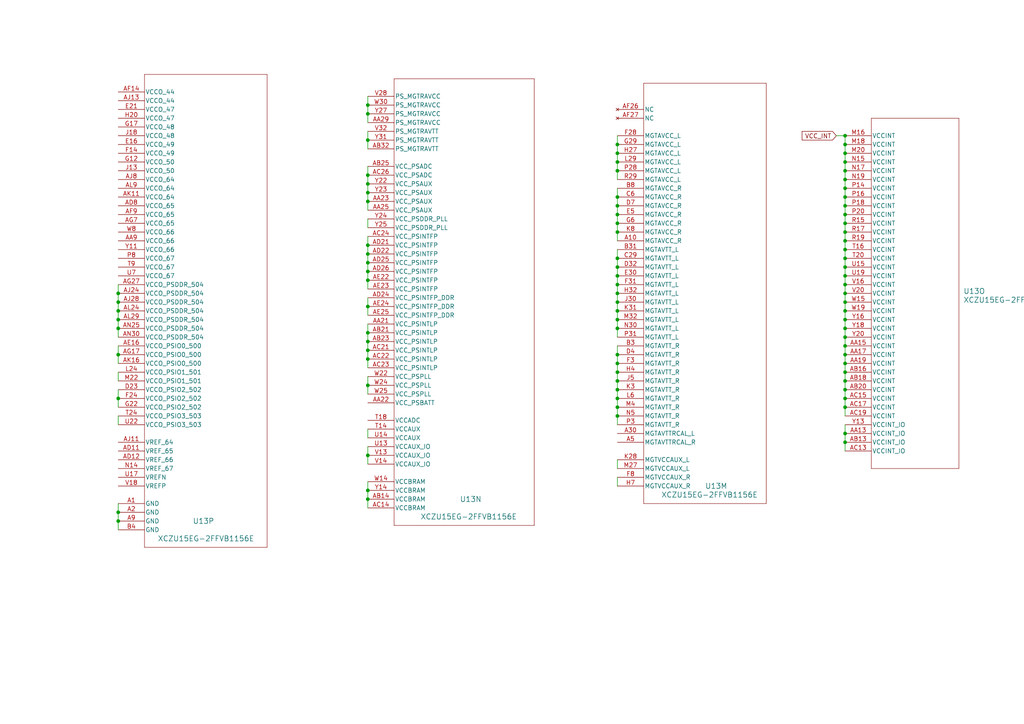
<source format=kicad_sch>
(kicad_sch (version 20230121) (generator eeschema)
  (paper "A4")
  (lib_symbols
    (symbol "XCZU15EG:XCZU15EG-2FFVB1156E" (pin_names (offset 0.254))
      (property "Reference" "U" (at 38.1 12.7 0))
      (property "Value" "XCZU15EG-2FFVB1156E" (at 38.1 10.16 0))
      (symbol "XCZU15EG-2FFVB1156E_1_1"
        (pin input line (at 0 -58.42 0) (length 7.62) (name "MGTHRXN3_230") (number "A3"))
        (pin output line (at 76.2 -109.22 180) (length 7.62) (name "MGTHTXP3_130") (number "A31"))
        (pin output line (at 76.2 -48.26 180) (length 7.62) (name "MGTHTXN3_130") (number "A32"))
        (pin input line (at 0 -119.38 0) (length 7.62) (name "MGTHRXP3_230") (number "A4"))
        (pin output line (at 76.2 -55.88 180) (length 7.62) (name "MGTHTXN3_230") (number "A7"))
        (pin output line (at 76.2 -116.84 180) (length 7.62) (name "MGTHTXP3_230") (number "A8"))
        (pin input line (at 0 -43.18 0) (length 7.62) (name "MGTHRXN2_230") (number "B1"))
        (pin input line (at 0 -104.14 0) (length 7.62) (name "MGTHRXP2_230") (number "B2"))
        (pin output line (at 76.2 -93.98 180) (length 7.62) (name "MGTHTXP2_130") (number "B29"))
        (pin output line (at 76.2 -33.02 180) (length 7.62) (name "MGTHTXN2_130") (number "B30"))
        (pin input line (at 0 -111.76 0) (length 7.62) (name "MGTHRXP3_130") (number "B33"))
        (pin input line (at 0 -50.8 0) (length 7.62) (name "MGTHRXN3_130") (number "B34"))
        (pin output line (at 76.2 -40.64 180) (length 7.62) (name "MGTHTXN2_230") (number "B5"))
        (pin output line (at 76.2 -101.6 180) (length 7.62) (name "MGTHTXP2_230") (number "B6"))
        (pin input line (at 0 -27.94 0) (length 7.62) (name "MGTHRXN1_230") (number "C3"))
        (pin input line (at 0 -96.52 0) (length 7.62) (name "MGTHRXP2_130") (number "C31"))
        (pin input line (at 0 -35.56 0) (length 7.62) (name "MGTHRXN2_130") (number "C32"))
        (pin input line (at 0 -88.9 0) (length 7.62) (name "MGTHRXP1_230") (number "C4"))
        (pin input line (at 0 -12.7 0) (length 7.62) (name "MGTHRXN0_230") (number "D1"))
        (pin input line (at 0 -73.66 0) (length 7.62) (name "MGTHRXP0_230") (number "D2"))
        (pin output line (at 76.2 -78.74 180) (length 7.62) (name "MGTHTXP1_130") (number "D29"))
        (pin output line (at 76.2 -17.78 180) (length 7.62) (name "MGTHTXN1_130") (number "D30"))
        (pin input line (at 0 -81.28 0) (length 7.62) (name "MGTHRXP1_130") (number "D33"))
        (pin input line (at 0 -20.32 0) (length 7.62) (name "MGTHRXN1_130") (number "D34"))
        (pin output line (at 76.2 -25.4 180) (length 7.62) (name "MGTHTXN1_230") (number "D5"))
        (pin output line (at 76.2 -86.36 180) (length 7.62) (name "MGTHTXP1_230") (number "D6"))
        (pin output line (at 76.2 -10.16 180) (length 7.62) (name "MGTHTXN0_230") (number "E3"))
        (pin input line (at 0 -66.04 0) (length 7.62) (name "MGTHRXP0_130") (number "E31"))
        (pin input line (at 0 -5.08 0) (length 7.62) (name "MGTHRXN0_130") (number "E32"))
        (pin output line (at 76.2 -71.12 180) (length 7.62) (name "MGTHTXP0_230") (number "E4"))
        (pin input line (at 0 -55.88 0) (length 7.62) (name "MGTHRXN3_229") (number "F1"))
        (pin input line (at 0 -116.84 0) (length 7.62) (name "MGTHRXP3_229") (number "F2"))
        (pin output line (at 76.2 -63.5 180) (length 7.62) (name "MGTHTXP0_130") (number "F29"))
        (pin output line (at 76.2 -2.54 180) (length 7.62) (name "MGTHTXN0_130") (number "F30"))
        (pin input line (at 0 -109.22 0) (length 7.62) (name "MGTHRXP3_129") (number "F33"))
        (pin input line (at 0 -48.26 0) (length 7.62) (name "MGTHRXN3_129") (number "F34"))
        (pin output line (at 76.2 -53.34 180) (length 7.62) (name "MGTHTXN3_229") (number "F5"))
        (pin output line (at 76.2 -114.3 180) (length 7.62) (name "MGTHTXP3_229") (number "F6"))
        (pin output line (at 76.2 -38.1 180) (length 7.62) (name "MGTHTXN2_229") (number "G3"))
        (pin output line (at 76.2 -106.68 180) (length 7.62) (name "MGTHTXP3_129") (number "G31"))
        (pin output line (at 76.2 -45.72 180) (length 7.62) (name "MGTHTXN3_129") (number "G32"))
        (pin output line (at 76.2 -99.06 180) (length 7.62) (name "MGTHTXP2_229") (number "G4"))
        (pin input line (at 0 -40.64 0) (length 7.62) (name "MGTHRXN2_229") (number "H1"))
        (pin input line (at 0 -101.6 0) (length 7.62) (name "MGTHRXP2_229") (number "H2"))
        (pin output line (at 76.2 -91.44 180) (length 7.62) (name "MGTHTXP2_129") (number "H29"))
        (pin output line (at 76.2 -30.48 180) (length 7.62) (name "MGTHTXN2_129") (number "H30"))
        (pin input line (at 0 -93.98 0) (length 7.62) (name "MGTHRXP2_129") (number "H33"))
        (pin input line (at 0 -33.02 0) (length 7.62) (name "MGTHRXN2_129") (number "H34"))
        (pin output line (at 76.2 -22.86 180) (length 7.62) (name "MGTHTXN1_229") (number "H5"))
        (pin output line (at 76.2 -83.82 180) (length 7.62) (name "MGTHTXP1_229") (number "H6"))
        (pin input line (at 0 -25.4 0) (length 7.62) (name "MGTHRXN1_229") (number "J3"))
        (pin output line (at 76.2 -76.2 180) (length 7.62) (name "MGTHTXP1_129") (number "J31"))
        (pin output line (at 76.2 -15.24 180) (length 7.62) (name "MGTHTXN1_129") (number "J32"))
        (pin input line (at 0 -86.36 0) (length 7.62) (name "MGTHRXP1_229") (number "J4"))
        (pin input line (at 0 -10.16 0) (length 7.62) (name "MGTHRXN0_229") (number "K1"))
        (pin input line (at 0 -71.12 0) (length 7.62) (name "MGTHRXP0_229") (number "K2"))
        (pin output line (at 76.2 -60.96 180) (length 7.62) (name "MGTHTXP0_129") (number "K29"))
        (pin output line (at 76.2 0 180) (length 7.62) (name "MGTHTXN0_129") (number "K30"))
        (pin input line (at 0 -78.74 0) (length 7.62) (name "MGTHRXP1_129") (number "K33"))
        (pin input line (at 0 -17.78 0) (length 7.62) (name "MGTHRXN1_129") (number "K34"))
        (pin output line (at 76.2 -7.62 180) (length 7.62) (name "MGTHTXN0_229") (number "K5"))
        (pin output line (at 76.2 -68.58 180) (length 7.62) (name "MGTHTXP0_229") (number "K6"))
        (pin input line (at 0 -53.34 0) (length 7.62) (name "MGTHRXN3_228") (number "L3"))
        (pin input line (at 0 -63.5 0) (length 7.62) (name "MGTHRXP0_129") (number "L31"))
        (pin input line (at 0 -2.54 0) (length 7.62) (name "MGTHRXN0_129") (number "L32"))
        (pin input line (at 0 -114.3 0) (length 7.62) (name "MGTHRXP3_228") (number "L4"))
        (pin input line (at 0 -38.1 0) (length 7.62) (name "MGTHRXN2_228") (number "M1"))
        (pin input line (at 0 -99.06 0) (length 7.62) (name "MGTHRXP2_228") (number "M2"))
        (pin output line (at 76.2 -104.14 180) (length 7.62) (name "MGTHTXP3_128") (number "M29"))
        (pin output line (at 76.2 -43.18 180) (length 7.62) (name "MGTHTXN3_128") (number "M30"))
        (pin input line (at 0 -106.68 0) (length 7.62) (name "MGTHRXP3_128") (number "M33"))
        (pin input line (at 0 -45.72 0) (length 7.62) (name "MGTHRXN3_128") (number "M34"))
        (pin output line (at 76.2 -50.8 180) (length 7.62) (name "MGTHTXN3_228") (number "M5"))
        (pin output line (at 76.2 -111.76 180) (length 7.62) (name "MGTHTXP3_228") (number "M6"))
        (pin output line (at 76.2 -35.56 180) (length 7.62) (name "MGTHTXN2_228") (number "N3"))
        (pin input line (at 0 -91.44 0) (length 7.62) (name "MGTHRXP2_128") (number "N31"))
        (pin input line (at 0 -30.48 0) (length 7.62) (name "MGTHRXN2_128") (number "N32"))
        (pin output line (at 76.2 -96.52 180) (length 7.62) (name "MGTHTXP2_228") (number "N4"))
        (pin input line (at 0 -22.86 0) (length 7.62) (name "MGTHRXN1_228") (number "P1"))
        (pin input line (at 0 -83.82 0) (length 7.62) (name "MGTHRXP1_228") (number "P2"))
        (pin output line (at 76.2 -88.9 180) (length 7.62) (name "MGTHTXP2_128") (number "P29"))
        (pin output line (at 76.2 -27.94 180) (length 7.62) (name "MGTHTXN2_128") (number "P30"))
        (pin input line (at 0 -76.2 0) (length 7.62) (name "MGTHRXP1_128") (number "P33"))
        (pin input line (at 0 -15.24 0) (length 7.62) (name "MGTHRXN1_128") (number "P34"))
        (pin output line (at 76.2 -20.32 180) (length 7.62) (name "MGTHTXN1_228") (number "P5"))
        (pin output line (at 76.2 -81.28 180) (length 7.62) (name "MGTHTXP1_228") (number "P6"))
        (pin output line (at 76.2 -5.08 180) (length 7.62) (name "MGTHTXN0_228") (number "R3"))
        (pin output line (at 76.2 -73.66 180) (length 7.62) (name "MGTHTXP1_128") (number "R31"))
        (pin output line (at 76.2 -12.7 180) (length 7.62) (name "MGTHTXN1_128") (number "R32"))
        (pin output line (at 76.2 -66.04 180) (length 7.62) (name "MGTHTXP0_228") (number "R4"))
        (pin input line (at 0 -7.62 0) (length 7.62) (name "MGTHRXN0_228") (number "T1"))
        (pin input line (at 0 -68.58 0) (length 7.62) (name "MGTHRXP0_228") (number "T2"))
        (pin output line (at 76.2 -58.42 180) (length 7.62) (name "MGTHTXP0_128") (number "T29"))
        (pin output line (at 76.2 2.54 180) (length 7.62) (name "MGTHTXN0_128") (number "T30"))
        (pin input line (at 0 -60.96 0) (length 7.62) (name "MGTHRXP0_128") (number "T33"))
        (pin input line (at 0 0 0) (length 7.62) (name "MGTHRXN0_128") (number "T34"))
      )
      (symbol "XCZU15EG-2FFVB1156E_2_1"
        (pin input line (at 0 0 0) (length 7.62) (name "MGTRREF_L") (number "A29"))
        (pin input line (at 0 -2.54 0) (length 7.62) (name "MGTRREF_R") (number "A6"))
        (pin input line (at 0 -27.94 0) (length 7.62) (name "PS_MGTREFCLK0P_505") (number "AA27"))
        (pin input line (at 0 -25.4 0) (length 7.62) (name "PS_MGTREFCLK0N_505") (number "AA28"))
        (pin input line (at 0 -60.96 0) (length 7.62) (name "PS_MGTRRXP1_505") (number "AA31"))
        (pin input line (at 0 -50.8 0) (length 7.62) (name "PS_MGTRRXN1_505") (number "AA32"))
        (pin input line (at 0 -45.72 0) (length 7.62) (name "PS_MGTRREF_505") (number "AB28"))
        (pin input line (at 0 -58.42 0) (length 7.62) (name "PS_MGTRRXP0_505") (number "AB33"))
        (pin input line (at 0 -48.26 0) (length 7.62) (name "PS_MGTRRXN0_505") (number "AB34"))
        (pin input line (at 0 -7.62 0) (length 7.62) (name "POR_OVERRIDE") (number "AD14"))
        (pin input line (at 0 -86.36 0) (length 7.62) (name "PUDC_B") (number "AD15"))
        (pin output line (at 96.52 -91.44 180) (length 7.62) (name "PS_DDR_DM5") (number "AE30"))
        (pin output line (at 96.52 -96.52 180) (length 7.62) (name "PS_DDR_DM7") (number "AE34"))
        (pin output line (at 96.52 -106.68 180) (length 7.62) (name "PS_DDR_PARITY") (number "AF20"))
        (pin output line (at 96.52 -109.22 180) (length 7.62) (name "PS_DDR_RAM_RST_N") (number "AF21"))
        (pin input line (at 0 -12.7 0) (length 7.62) (name "PS_DDR_ALERT_N") (number "AF22"))
        (pin output line (at 96.52 -43.18 180) (length 7.62) (name "PS_DDR_A17") (number "AF25"))
        (pin output line (at 96.52 -45.72 180) (length 7.62) (name "PS_DDR_ACT_N") (number "AG25"))
        (pin output line (at 96.52 -50.8 180) (length 7.62) (name "PS_DDR_BA1") (number "AG26"))
        (pin output line (at 96.52 -86.36 180) (length 7.62) (name "PS_DDR_DM3") (number "AH24"))
        (pin output line (at 96.52 -48.26 180) (length 7.62) (name "PS_DDR_BA0") (number "AH26"))
        (pin output line (at 96.52 -55.88 180) (length 7.62) (name "PS_DDR_BG1") (number "AH27"))
        (pin output line (at 96.52 -88.9 180) (length 7.62) (name "PS_DDR_DM4") (number "AH31"))
        (pin output line (at 96.52 -30.48 180) (length 7.62) (name "PS_DDR_A12") (number "AJ25"))
        (pin output line (at 96.52 -104.14 180) (length 7.62) (name "PS_DDR_ODT1") (number "AJ26"))
        (pin output line (at 96.52 -71.12 180) (length 7.62) (name "PS_DDR_CKE1") (number "AJ27"))
        (pin output line (at 96.52 -93.98 180) (length 7.62) (name "PS_DDR_DM6") (number "AJ31"))
        (pin output line (at 96.52 -83.82 180) (length 7.62) (name "PS_DDR_DM2") (number "AK19"))
        (pin output line (at 96.52 -38.1 180) (length 7.62) (name "PS_DDR_A15") (number "AK24"))
        (pin output line (at 96.52 -35.56 180) (length 7.62) (name "PS_DDR_A14") (number "AK25"))
        (pin output line (at 96.52 -27.94 180) (length 7.62) (name "PS_DDR_A11") (number "AK27"))
        (pin output line (at 96.52 -53.34 180) (length 7.62) (name "PS_DDR_BG0") (number "AK28"))
        (pin output line (at 96.52 -33.02 180) (length 7.62) (name "PS_DDR_A13") (number "AL25"))
        (pin output line (at 96.52 -66.04 180) (length 7.62) (name "PS_DDR_CK1") (number "AL26"))
        (pin output line (at 96.52 -60.96 180) (length 7.62) (name "PS_DDR_CK_N1") (number "AL27"))
        (pin output line (at 96.52 -25.4 180) (length 7.62) (name "PS_DDR_A10") (number "AL28"))
        (pin output line (at 96.52 -76.2 180) (length 7.62) (name "PS_DDR_CS_N1") (number "AL30"))
        (pin output line (at 96.52 -81.28 180) (length 7.62) (name "PS_DDR_DM1") (number "AM21"))
        (pin output line (at 96.52 -40.64 180) (length 7.62) (name "PS_DDR_A16") (number "AM24"))
        (pin output line (at 96.52 -22.86 180) (length 7.62) (name "PS_DDR_A9") (number "AM25"))
        (pin output line (at 96.52 -20.32 180) (length 7.62) (name "PS_DDR_A8") (number "AM26"))
        (pin output line (at 96.52 -17.78 180) (length 7.62) (name "PS_DDR_A7") (number "AM28"))
        (pin output line (at 96.52 -15.24 180) (length 7.62) (name "PS_DDR_A6") (number "AM29"))
        (pin output line (at 96.52 -101.6 180) (length 7.62) (name "PS_DDR_ODT0") (number "AM30"))
        (pin output line (at 96.52 -78.74 180) (length 7.62) (name "PS_DDR_DM0") (number "AN17"))
        (pin output line (at 96.52 -12.7 180) (length 7.62) (name "PS_DDR_A5") (number "AN24"))
        (pin output line (at 96.52 -63.5 180) (length 7.62) (name "PS_DDR_CK0") (number "AN26"))
        (pin output line (at 96.52 -58.42 180) (length 7.62) (name "PS_DDR_CK_N0") (number "AN27"))
        (pin output line (at 96.52 -73.66 180) (length 7.62) (name "PS_DDR_CS_N0") (number "AN28"))
        (pin output line (at 96.52 -68.58 180) (length 7.62) (name "PS_DDR_CKE0") (number "AN29"))
        (pin output line (at 96.52 -99.06 180) (length 7.62) (name "PS_DDR_DM8") (number "AN34"))
        (pin output line (at 96.52 -10.16 180) (length 7.62) (name "PS_DDR_A4") (number "AP25"))
        (pin output line (at 96.52 -5.08 180) (length 7.62) (name "PS_DDR_A2") (number "AP26"))
        (pin output line (at 96.52 -7.62 180) (length 7.62) (name "PS_DDR_A3") (number "AP27"))
        (pin output line (at 96.52 0 180) (length 7.62) (name "PS_DDR_A0") (number "AP29"))
        (pin output line (at 96.52 -2.54 180) (length 7.62) (name "PS_DDR_A1") (number "AP30"))
        (pin output line (at 96.52 -121.92 180) (length 7.62) (name "PS_ERROR_STATUS") (number "R21"))
        (pin input line (at 0 -20.32 0) (length 7.62) (name "PS_JTAG_TMS") (number "R24"))
        (pin input line (at 0 -17.78 0) (length 7.62) (name "PS_JTAG_TCK") (number "R25"))
        (pin output line (at 96.52 -116.84 180) (length 7.62) (name "PS_ERROR_OUT") (number "T21"))
        (pin input line (at 0 -91.44 0) (length 7.62) (name "VP") (number "U18"))
        (pin input line (at 0 -76.2 0) (length 7.62) (name "PS_PROG_B") (number "U21"))
        (pin input line (at 0 -83.82 0) (length 7.62) (name "PS_SRST_B") (number "U23"))
        (pin input line (at 0 -81.28 0) (length 7.62) (name "PS_REF_CLK") (number "U24"))
        (pin input line (at 0 -38.1 0) (length 7.62) (name "PS_MGTREFCLK2P_505") (number "U27"))
        (pin input line (at 0 -35.56 0) (length 7.62) (name "PS_MGTREFCLK2N_505") (number "U28"))
        (pin input line (at 0 -43.18 0) (length 7.62) (name "PS_MGTREFCLK3P_505") (number "U31"))
        (pin input line (at 0 -40.64 0) (length 7.62) (name "PS_MGTREFCLK3N_505") (number "U32"))
        (pin input line (at 0 -88.9 0) (length 7.62) (name "VN") (number "V17"))
        (pin input line (at 0 -71.12 0) (length 7.62) (name "PS_PADI") (number "V21"))
        (pin input line (at 0 -73.66 0) (length 7.62) (name "PS_POR_B") (number "V23"))
        (pin input line (at 0 -66.04 0) (length 7.62) (name "PS_MGTRRXP3_505") (number "V33"))
        (pin input line (at 0 -55.88 0) (length 7.62) (name "PS_MGTRRXN3_505") (number "V34"))
        (pin unspecified line (at 0 -96.52 0) (length 7.62) (name "DXN") (number "W17"))
        (pin output line (at 96.52 -111.76 180) (length 7.62) (name "PS_DONE") (number "W21"))
        (pin input line (at 0 -33.02 0) (length 7.62) (name "PS_MGTREFCLK1P_505") (number "W27"))
        (pin input line (at 0 -30.48 0) (length 7.62) (name "PS_MGTREFCLK1N_505") (number "W28"))
        (pin input line (at 0 -63.5 0) (length 7.62) (name "PS_MGTRRXP2_505") (number "Y33"))
        (pin input line (at 0 -53.34 0) (length 7.62) (name "PS_MGTRRXN2_505") (number "Y34"))
      )
      (symbol "XCZU15EG-2FFVB1156E_3_1"
        (pin output line (at 60.96 -17.78 180) (length 7.62) (name "PS_MGTRTXP0_505") (number "AB29"))
        (pin output line (at 60.96 -7.62 180) (length 7.62) (name "PS_MGTRTXN0_505") (number "AB30"))
        (pin output line (at 60.96 -2.54 180) (length 7.62) (name "PS_JTAG_TDO") (number "T25"))
        (pin output line (at 60.96 -30.48 180) (length 7.62) (name "PS_PADO") (number "V22"))
        (pin output line (at 60.96 -25.4 180) (length 7.62) (name "PS_MGTRTXP3_505") (number "V29"))
        (pin output line (at 60.96 -15.24 180) (length 7.62) (name "PS_MGTRTXN3_505") (number "V30"))
        (pin unspecified line (at 0 0 0) (length 7.62) (name "DXP") (number "W18"))
        (pin output line (at 60.96 -22.86 180) (length 7.62) (name "PS_MGTRTXP2_505") (number "W31"))
        (pin output line (at 60.96 -12.7 180) (length 7.62) (name "PS_MGTRTXN2_505") (number "W32"))
        (pin output line (at 60.96 -20.32 180) (length 7.62) (name "PS_MGTRTXP1_505") (number "Y29"))
        (pin output line (at 60.96 -10.16 180) (length 7.62) (name "PS_MGTRTXN1_505") (number "Y30"))
      )
      (symbol "XCZU15EG-2FFVB1156E_4_1"
        (pin bidirectional line (at 0 -99.06 0) (length 7.62) (name "IO_L4N_AD12N_49") (number "A15"))
        (pin bidirectional line (at 0 -53.34 0) (length 7.62) (name "IO_L3N_AD13N_49") (number "A16"))
        (pin bidirectional line (at 0 -68.58 0) (length 7.62) (name "IO_L3N_T0L_N5_AD15N_66") (number "AA10"))
        (pin bidirectional line (at 0 -91.44 0) (length 7.62) (name "IO_L3P_T0L_N4_AD15P_66") (number "AA11"))
        (pin bidirectional line (at 121.92 -25.4 180) (length 7.62) (name "IO_L2N_T0L_N3_66") (number "AB10"))
        (pin bidirectional line (at 121.92 -35.56 180) (length 7.62) (name "IO_L2P_T0L_N2_66") (number "AB11"))
        (pin bidirectional line (at 121.92 -5.08 180) (length 7.62) (name "IO_L1N_T0L_N1_DBC_66") (number "AC11"))
        (pin bidirectional line (at 121.92 -15.24 180) (length 7.62) (name "IO_L1P_T0L_N0_DBC_66") (number "AC12"))
        (pin bidirectional line (at 0 -114.3 0) (length 7.62) (name "IO_L4N_T0U_N7_DBC_AD7N_66") (number "AC9"))
        (pin bidirectional line (at 121.92 -12.7 180) (length 7.62) (name "IO_L1P_T0L_N0_DBC_65") (number "AE10"))
        (pin bidirectional line (at 0 -88.9 0) (length 7.62) (name "IO_L3P_T0L_N4_AD15P_65") (number "AE12"))
        (pin bidirectional line (at 121.92 -2.54 180) (length 7.62) (name "IO_L1N_T0L_N1_DBC_65") (number "AF10"))
        (pin bidirectional line (at 0 -66.04 0) (length 7.62) (name "IO_L3N_T0L_N5_AD15N_65") (number "AF12"))
        (pin bidirectional line (at 121.92 -114.3 180) (length 7.62) (name "IO_L11P_T1U_N8_GC_65") (number "AF6"))
        (pin bidirectional line (at 121.92 -124.46 180) (length 7.62) (name "IO_L12N_T1U_N11_GC_65") (number "AF7"))
        (pin bidirectional line (at 0 -111.76 0) (length 7.62) (name "IO_L4N_T0U_N7_DBC_AD7N_65") (number "AG11"))
        (pin bidirectional line (at 121.92 -104.14 180) (length 7.62) (name "IO_L11N_T1U_N9_GC_65") (number "AG6"))
        (pin bidirectional line (at 121.92 -22.86 180) (length 7.62) (name "IO_L2N_T0L_N3_65") (number "AH11"))
        (pin bidirectional line (at 121.92 -33.02 180) (length 7.62) (name "IO_L2P_T0L_N2_65") (number "AH12"))
        (pin bidirectional line (at 121.92 -10.16 180) (length 7.62) (name "IO_L1P_T0L_N0_DBC_64") (number "AJ12"))
        (pin bidirectional line (at 121.92 0 180) (length 7.62) (name "IO_L1N_T0L_N1_DBC_64") (number "AK12"))
        (pin bidirectional line (at 121.92 -101.6 180) (length 7.62) (name "IO_L11N_T1U_N9_GC_64") (number "AK7"))
        (pin bidirectional line (at 121.92 -111.76 180) (length 7.62) (name "IO_L11P_T1U_N8_GC_64") (number "AK8"))
        (pin bidirectional line (at 0 -86.36 0) (length 7.62) (name "IO_L3P_T0L_N4_AD15P_64") (number "AL10"))
        (pin bidirectional line (at 121.92 -30.48 180) (length 7.62) (name "IO_L2P_T0L_N2_64") (number "AL11"))
        (pin bidirectional line (at 121.92 -121.92 180) (length 7.62) (name "IO_L12N_T1U_N11_GC_64") (number "AL7"))
        (pin bidirectional line (at 0 -63.5 0) (length 7.62) (name "IO_L3N_T0L_N5_AD15N_64") (number "AM10"))
        (pin bidirectional line (at 121.92 -20.32 180) (length 7.62) (name "IO_L2N_T0L_N3_64") (number "AM11"))
        (pin bidirectional line (at 0 -104.14 0) (length 7.62) (name "IO_L4N_AD8N_44") (number "AM13"))
        (pin bidirectional line (at 0 -38.1 0) (length 7.62) (name "IO_L2P_AD10P_44") (number "AM14"))
        (pin bidirectional line (at 0 -81.28 0) (length 7.62) (name "IO_L3P_AD9P_44") (number "AN12"))
        (pin bidirectional line (at 0 -25.4 0) (length 7.62) (name "IO_L2N_AD10N_44") (number "AN13"))
        (pin bidirectional line (at 0 -12.7 0) (length 7.62) (name "IO_L1P_AD11P_44") (number "AN14"))
        (pin bidirectional line (at 0 -109.22 0) (length 7.62) (name "IO_L4N_T0U_N7_DBC_AD7N_64") (number "AP10"))
        (pin bidirectional line (at 0 -58.42 0) (length 7.62) (name "IO_L3N_AD9N_44") (number "AP12"))
        (pin bidirectional line (at 0 0 0) (length 7.62) (name "IO_L1N_AD11N_44") (number "AP14"))
        (pin bidirectional line (at 121.92 -88.9 180) (length 7.62) (name "IO_L8N_HDGC_49") (number "B13"))
        (pin bidirectional line (at 121.92 -73.66 180) (length 7.62) (name "IO_L7N_HDGC_49") (number "B14"))
        (pin bidirectional line (at 0 -121.92 0) (length 7.62) (name "IO_L4P_AD12P_49") (number "B15"))
        (pin bidirectional line (at 0 -76.2 0) (length 7.62) (name "IO_L3P_AD13P_49") (number "B16"))
        (pin bidirectional line (at 121.92 -96.52 180) (length 7.62) (name "IO_L8P_HDGC_49") (number "C13"))
        (pin bidirectional line (at 121.92 -81.28 180) (length 7.62) (name "IO_L7P_HDGC_49") (number "C14"))
        (pin bidirectional line (at 0 -33.02 0) (length 7.62) (name "IO_L2N_AD14N_49") (number "C16"))
        (pin bidirectional line (at 0 -101.6 0) (length 7.62) (name "IO_L4N_AD12N_50") (number "D10"))
        (pin bidirectional line (at 0 -124.46 0) (length 7.62) (name "IO_L4P_AD12P_50") (number "D11"))
        (pin bidirectional line (at 121.92 -58.42 180) (length 7.62) (name "IO_L6N_HDGC_49") (number "D14"))
        (pin bidirectional line (at 121.92 -43.18 180) (length 7.62) (name "IO_L5N_HDGC_49") (number "D15"))
        (pin bidirectional line (at 0 -45.72 0) (length 7.62) (name "IO_L2P_AD14P_49") (number "D16"))
        (pin bidirectional line (at 121.92 -71.12 180) (length 7.62) (name "IO_L7N_HDGC_48") (number "D19"))
        (pin bidirectional line (at 0 -55.88 0) (length 7.62) (name "IO_L3N_AD13N_50") (number "E10"))
        (pin bidirectional line (at 121.92 -66.04 180) (length 7.62) (name "IO_L6P_HDGC_49") (number "E14"))
        (pin bidirectional line (at 121.92 -50.8 180) (length 7.62) (name "IO_L5P_HDGC_49") (number "E15"))
        (pin bidirectional line (at 121.92 -93.98 180) (length 7.62) (name "IO_L8P_HDGC_48") (number "E17"))
        (pin bidirectional line (at 121.92 -86.36 180) (length 7.62) (name "IO_L8N_HDGC_48") (number "E18"))
        (pin bidirectional line (at 121.92 -78.74 180) (length 7.62) (name "IO_L7P_HDGC_48") (number "E19"))
        (pin bidirectional line (at 0 -78.74 0) (length 7.62) (name "IO_L3P_AD13P_50") (number "F10"))
        (pin bidirectional line (at 121.92 -60.96 180) (length 7.62) (name "IO_L6N_HDGC_50") (number "F11"))
        (pin bidirectional line (at 121.92 -68.58 180) (length 7.62) (name "IO_L6P_HDGC_50") (number "F12"))
        (pin bidirectional line (at 0 -7.62 0) (length 7.62) (name "IO_L1N_AD15N_49") (number "F15"))
        (pin bidirectional line (at 0 -20.32 0) (length 7.62) (name "IO_L1P_AD15P_49") (number "F16"))
        (pin bidirectional line (at 121.92 -63.5 180) (length 7.62) (name "IO_L6P_HDGC_48") (number "F17"))
        (pin bidirectional line (at 121.92 -55.88 180) (length 7.62) (name "IO_L6N_HDGC_48") (number "F18"))
        (pin bidirectional line (at 0 -35.56 0) (length 7.62) (name "IO_L2N_AD14N_50") (number "G10"))
        (pin bidirectional line (at 121.92 -45.72 180) (length 7.62) (name "IO_L5N_HDGC_50") (number "G11"))
        (pin bidirectional line (at 121.92 -91.44 180) (length 7.62) (name "IO_L8N_HDGC_50") (number "G13"))
        (pin bidirectional line (at 121.92 -48.26 180) (length 7.62) (name "IO_L5P_HDGC_48") (number "G18"))
        (pin bidirectional line (at 121.92 -40.64 180) (length 7.62) (name "IO_L5N_HDGC_48") (number "G19"))
        (pin bidirectional line (at 0 -48.26 0) (length 7.62) (name "IO_L2P_AD14P_50") (number "H10"))
        (pin bidirectional line (at 121.92 -53.34 180) (length 7.62) (name "IO_L5P_HDGC_50") (number "H11"))
        (pin bidirectional line (at 121.92 -76.2 180) (length 7.62) (name "IO_L7N_HDGC_50") (number "H12"))
        (pin bidirectional line (at 121.92 -99.06 180) (length 7.62) (name "IO_L8P_HDGC_50") (number "H13"))
        (pin bidirectional line (at 0 -30.48 0) (length 7.62) (name "IO_L2N_AD14N_48") (number "H17"))
        (pin bidirectional line (at 0 -17.78 0) (length 7.62) (name "IO_L1P_AD15P_48") (number "H18"))
        (pin bidirectional line (at 0 -5.08 0) (length 7.62) (name "IO_L1N_AD15N_48") (number "H19"))
        (pin bidirectional line (at 0 -60.96 0) (length 7.62) (name "IO_L3N_AD9N_47") (number "H21"))
        (pin bidirectional line (at 0 -10.16 0) (length 7.62) (name "IO_L1N_AD15N_50") (number "J10"))
        (pin bidirectional line (at 0 -22.86 0) (length 7.62) (name "IO_L1P_AD15P_50") (number "J11"))
        (pin bidirectional line (at 121.92 -83.82 180) (length 7.62) (name "IO_L7P_HDGC_50") (number "J12"))
        (pin bidirectional line (at 0 -43.18 0) (length 7.62) (name "IO_L2P_AD14P_48") (number "J17"))
        (pin bidirectional line (at 0 -106.68 0) (length 7.62) (name "IO_L4N_AD8N_47") (number "J20"))
        (pin bidirectional line (at 0 -83.82 0) (length 7.62) (name "IO_L3P_AD9P_47") (number "J21"))
        (pin bidirectional line (at 0 -96.52 0) (length 7.62) (name "IO_L4N_AD12N_48") (number "K17"))
        (pin bidirectional line (at 0 -50.8 0) (length 7.62) (name "IO_L3N_AD13N_48") (number "K18"))
        (pin bidirectional line (at 0 -27.94 0) (length 7.62) (name "IO_L2N_AD10N_47") (number "K19"))
        (pin bidirectional line (at 0 -2.54 0) (length 7.62) (name "IO_L1N_AD11N_47") (number "K20"))
        (pin bidirectional line (at 0 -119.38 0) (length 7.62) (name "IO_L4P_AD12P_48") (number "L17"))
        (pin bidirectional line (at 0 -73.66 0) (length 7.62) (name "IO_L3P_AD13P_48") (number "L18"))
        (pin bidirectional line (at 0 -40.64 0) (length 7.62) (name "IO_L2P_AD10P_47") (number "L19"))
        (pin bidirectional line (at 0 -15.24 0) (length 7.62) (name "IO_L1P_AD11P_47") (number "L20"))
        (pin bidirectional line (at 121.92 -119.38 180) (length 7.62) (name "IO_L11P_T1U_N8_GC_67") (number "R10"))
        (pin bidirectional line (at 0 -116.84 0) (length 7.62) (name "IO_L4N_T0U_N7_DBC_AD7N_67") (number "R12"))
        (pin bidirectional line (at 121.92 -27.94 180) (length 7.62) (name "IO_L2N_T0L_N3_67") (number "R13"))
        (pin bidirectional line (at 121.92 -109.22 180) (length 7.62) (name "IO_L11N_T1U_N9_GC_67") (number "R9"))
        (pin bidirectional line (at 0 -71.12 0) (length 7.62) (name "IO_L3N_T0L_N5_AD15N_67") (number "T10"))
        (pin bidirectional line (at 121.92 -38.1 180) (length 7.62) (name "IO_L2P_T0L_N2_67") (number "T13"))
        (pin bidirectional line (at 0 -93.98 0) (length 7.62) (name "IO_L3P_T0L_N4_AD15P_67") (number "U10"))
        (pin bidirectional line (at 121.92 -7.62 180) (length 7.62) (name "IO_L1N_T0L_N1_DBC_67") (number "W11"))
        (pin bidirectional line (at 121.92 -17.78 180) (length 7.62) (name "IO_L1P_T0L_N0_DBC_67") (number "W12"))
        (pin bidirectional line (at 121.92 -106.68 180) (length 7.62) (name "IO_L11N_T1U_N9_GC_66") (number "Y7"))
        (pin bidirectional line (at 121.92 -116.84 180) (length 7.62) (name "IO_L11P_T1U_N8_GC_66") (number "Y8"))
      )
      (symbol "XCZU15EG-2FFVB1156E_6_1"
        (pin bidirectional line (at 152.4 -12.7 180) (length 7.62) (name "IO_L9N_AD11N_49") (number "A12"))
        (pin bidirectional line (at 152.4 -35.56 180) (length 7.62) (name "IO_L9P_AD11P_49") (number "A13"))
        (pin bidirectional line (at 152.4 -116.84 180) (length 7.62) (name "IO_L11P_AD1P_47") (number "A21"))
        (pin bidirectional line (at 152.4 -104.14 180) (length 7.62) (name "IO_L11N_AD1N_47") (number "A22"))
        (pin bidirectional line (at 0 -25.4 0) (length 7.62) (name "IO_L5N_T0U_N9_AD14N_66") (number "AA12"))
        (pin bidirectional line (at 152.4 -73.66 180) (length 7.62) (name "IO_L10N_T1U_N7_QBC_AD4N_66") (number "AB5"))
        (pin bidirectional line (at 152.4 -96.52 180) (length 7.62) (name "IO_L10P_T1U_N6_QBC_AD4P_66") (number "AB6"))
        (pin bidirectional line (at 152.4 -5.08 180) (length 7.62) (name "IO_L8P_T1L_N2_AD5P_66") (number "AB8"))
        (pin bidirectional line (at 0 -7.62 0) (length 7.62) (name "IO_L4P_T0U_N6_DBC_AD7P_66") (number "AB9"))
        (pin bidirectional line (at 0 -86.36 0) (length 7.62) (name "IO_L7N_T1L_N1_QBC_AD13N_66") (number "AC6"))
        (pin bidirectional line (at 0 -101.6 0) (length 7.62) (name "IO_L7P_T1L_N0_QBC_AD13P_66") (number "AC7"))
        (pin bidirectional line (at 0 -116.84 0) (length 7.62) (name "IO_L8N_T1L_N3_AD5N_66") (number "AC8"))
        (pin bidirectional line (at 0 -68.58 0) (length 7.62) (name "IO_L6P_T0U_N10_AD6P_65") (number "AD10"))
        (pin bidirectional line (at 152.4 -25.4 180) (length 7.62) (name "IO_L9N_T1L_N5_AD12N_65") (number "AD6"))
        (pin bidirectional line (at 152.4 -48.26 180) (length 7.62) (name "IO_L9P_T1L_N4_AD12P_65") (number "AD7"))
        (pin bidirectional line (at 152.4 -40.64 180) (length 7.62) (name "IO_L9P_AD3P_44") (number "AE13"))
        (pin bidirectional line (at 152.4 -93.98 180) (length 7.62) (name "IO_L10P_T1U_N6_QBC_AD4P_65") (number "AE8"))
        (pin bidirectional line (at 0 -53.34 0) (length 7.62) (name "IO_L6N_T0U_N11_AD6N_65") (number "AE9"))
        (pin bidirectional line (at 0 -12.7 0) (length 7.62) (name "IO_L4P_T0U_N6_DBC_AD7P_SMBALERT_65") (number "AF11"))
        (pin bidirectional line (at 152.4 -17.78 180) (length 7.62) (name "IO_L9N_AD3N_44") (number "AF13"))
        (pin bidirectional line (at 152.4 -114.3 180) (length 7.62) (name "IO_L11P_AD1P_44") (number "AF15"))
        (pin bidirectional line (at 152.4 -71.12 180) (length 7.62) (name "IO_L10N_T1U_N7_QBC_AD4N_65") (number "AF8"))
        (pin bidirectional line (at 0 -38.1 0) (length 7.62) (name "IO_L5P_T0U_N8_AD14P_65") (number "AG10"))
        (pin bidirectional line (at 152.4 -63.5 180) (length 7.62) (name "IO_L10N_AD2N_44") (number "AG13"))
        (pin bidirectional line (at 152.4 -86.36 180) (length 7.62) (name "IO_L10P_AD2P_44") (number "AG14"))
        (pin bidirectional line (at 152.4 -101.6 180) (length 7.62) (name "IO_L11N_AD1N_44") (number "AG15"))
        (pin bidirectional line (at 152.4 -2.54 180) (length 7.62) (name "IO_L8P_T1L_N2_AD5P_65") (number "AG8"))
        (pin bidirectional line (at 0 -22.86 0) (length 7.62) (name "IO_L5N_T0U_N9_AD14N_65") (number "AG9"))
        (pin bidirectional line (at 0 -76.2 0) (length 7.62) (name "IO_L7N_HDGC_AD5N_44") (number "AH13"))
        (pin bidirectional line (at 0 -91.44 0) (length 7.62) (name "IO_L7P_HDGC_AD5P_44") (number "AH14"))
        (pin bidirectional line (at 0 -83.82 0) (length 7.62) (name "IO_L7N_T1L_N1_QBC_AD13N_65") (number "AH6"))
        (pin bidirectional line (at 0 -99.06 0) (length 7.62) (name "IO_L7P_T1L_N0_QBC_AD13P_65") (number "AH7"))
        (pin bidirectional line (at 0 -114.3 0) (length 7.62) (name "IO_L8N_T1L_N3_AD5N_65") (number "AH8"))
        (pin bidirectional line (at 0 -66.04 0) (length 7.62) (name "IO_L6P_T0U_N10_AD6P_64") (number "AJ10"))
        (pin bidirectional line (at 0 -106.68 0) (length 7.62) (name "IO_L8N_HDGC_AD4N_44") (number "AJ14"))
        (pin bidirectional line (at 0 -121.92 0) (length 7.62) (name "IO_L8P_HDGC_AD4P_44") (number "AJ15"))
        (pin bidirectional line (at 152.4 -45.72 180) (length 7.62) (name "IO_L9P_T1L_N4_AD12P_64") (number "AJ9"))
        (pin bidirectional line (at 0 -50.8 0) (length 7.62) (name "IO_L6N_T0U_N11_AD6N_64") (number "AK10"))
        (pin bidirectional line (at 0 -60.96 0) (length 7.62) (name "IO_L6P_HDGC_AD6P_44") (number "AK13"))
        (pin bidirectional line (at 0 -15.24 0) (length 7.62) (name "IO_L5N_HDGC_AD7N_44") (number "AK14"))
        (pin bidirectional line (at 0 -30.48 0) (length 7.62) (name "IO_L5P_HDGC_AD7P_44") (number "AK15"))
        (pin bidirectional line (at 152.4 -22.86 180) (length 7.62) (name "IO_L9N_T1L_N5_AD12N_64") (number "AK9"))
        (pin bidirectional line (at 0 -45.72 0) (length 7.62) (name "IO_L6N_HDGC_AD6N_44") (number "AL12"))
        (pin bidirectional line (at 0 0 0) (length 7.62) (name "IO_L4P_AD8P_44") (number "AL13"))
        (pin bidirectional line (at 0 -111.76 0) (length 7.62) (name "IO_L8N_T1L_N3_AD5N_64") (number "AM8"))
        (pin bidirectional line (at 152.4 0 180) (length 7.62) (name "IO_L8P_T1L_N2_AD5P_64") (number "AM9"))
        (pin bidirectional line (at 152.4 -91.44 180) (length 7.62) (name "IO_L10P_T1U_N6_QBC_AD4P_64") (number "AN7"))
        (pin bidirectional line (at 0 -96.52 0) (length 7.62) (name "IO_L7P_T1L_N0_QBC_AD13P_64") (number "AN8"))
        (pin bidirectional line (at 0 -35.56 0) (length 7.62) (name "IO_L5P_T0U_N8_AD14P_64") (number "AN9"))
        (pin bidirectional line (at 0 -5.08 0) (length 7.62) (name "IO_L4P_T0U_N6_DBC_AD7P_64") (number "AP11"))
        (pin bidirectional line (at 152.4 -68.58 180) (length 7.62) (name "IO_L10N_T1U_N7_QBC_AD4N_64") (number "AP7"))
        (pin bidirectional line (at 0 -81.28 0) (length 7.62) (name "IO_L7N_T1L_N1_QBC_AD13N_64") (number "AP8"))
        (pin bidirectional line (at 0 -20.32 0) (length 7.62) (name "IO_L5N_T0U_N9_AD14N_64") (number "AP9"))
        (pin bidirectional line (at 152.4 -58.42 180) (length 7.62) (name "IO_L10N_AD10N_49") (number "B12"))
        (pin bidirectional line (at 152.4 -78.74 180) (length 7.62) (name "IO_L10P_AD10P_48") (number "B18"))
        (pin bidirectional line (at 152.4 -55.88 180) (length 7.62) (name "IO_L10N_AD10N_48") (number "B19"))
        (pin bidirectional line (at 152.4 -66.04 180) (length 7.62) (name "IO_L10N_AD2N_47") (number "B21"))
        (pin bidirectional line (at 152.4 -81.28 180) (length 7.62) (name "IO_L10P_AD10P_49") (number "C12"))
        (pin bidirectional line (at 152.4 -10.16 180) (length 7.62) (name "IO_L9N_AD11N_48") (number "C17"))
        (pin bidirectional line (at 152.4 -119.38 180) (length 7.62) (name "IO_L11P_AD9P_48") (number "C18"))
        (pin bidirectional line (at 152.4 -106.68 180) (length 7.62) (name "IO_L11N_AD9N_48") (number "C19"))
        (pin bidirectional line (at 152.4 -88.9 180) (length 7.62) (name "IO_L10P_AD2P_47") (number "C21"))
        (pin bidirectional line (at 152.4 -20.32 180) (length 7.62) (name "IO_L9N_AD3N_47") (number "C22"))
        (pin bidirectional line (at 152.4 -109.22 180) (length 7.62) (name "IO_L11N_AD9N_49") (number "D12"))
        (pin bidirectional line (at 152.4 -33.02 180) (length 7.62) (name "IO_L9P_AD11P_48") (number "D17"))
        (pin bidirectional line (at 0 -109.22 0) (length 7.62) (name "IO_L8N_HDGC_AD4N_47") (number "D20"))
        (pin bidirectional line (at 152.4 -43.18 180) (length 7.62) (name "IO_L9P_AD3P_47") (number "D21"))
        (pin bidirectional line (at 0 -78.74 0) (length 7.62) (name "IO_L7N_HDGC_AD5N_47") (number "D22"))
        (pin bidirectional line (at 152.4 -121.92 180) (length 7.62) (name "IO_L11P_AD9P_49") (number "E12"))
        (pin bidirectional line (at 0 -124.46 0) (length 7.62) (name "IO_L8P_HDGC_AD4P_47") (number "E20"))
        (pin bidirectional line (at 0 -93.98 0) (length 7.62) (name "IO_L7P_HDGC_AD5P_47") (number "E22"))
        (pin bidirectional line (at 0 -48.26 0) (length 7.62) (name "IO_L6N_HDGC_AD6N_47") (number "F20"))
        (pin bidirectional line (at 0 -17.78 0) (length 7.62) (name "IO_L5N_HDGC_AD7N_47") (number "F21"))
        (pin bidirectional line (at 152.4 -15.24 180) (length 7.62) (name "IO_L9N_AD11N_50") (number "G14"))
        (pin bidirectional line (at 152.4 -38.1 180) (length 7.62) (name "IO_L9P_AD11P_50") (number "G15"))
        (pin bidirectional line (at 152.4 -111.76 180) (length 7.62) (name "IO_L11N_AD9N_50") (number "G16"))
        (pin bidirectional line (at 0 -63.5 0) (length 7.62) (name "IO_L6P_HDGC_AD6P_47") (number "G20"))
        (pin bidirectional line (at 0 -33.02 0) (length 7.62) (name "IO_L5P_HDGC_AD7P_47") (number "G21"))
        (pin bidirectional line (at 152.4 -60.96 180) (length 7.62) (name "IO_L10N_AD10N_50") (number "H14"))
        (pin bidirectional line (at 152.4 -124.46 180) (length 7.62) (name "IO_L11P_AD9P_50") (number "H16"))
        (pin bidirectional line (at 152.4 -83.82 180) (length 7.62) (name "IO_L10P_AD10P_50") (number "J14"))
        (pin bidirectional line (at 0 -2.54 0) (length 7.62) (name "IO_L4P_AD8P_47") (number "J19"))
        (pin bidirectional line (at 0 -58.42 0) (length 7.62) (name "IO_L6N_T0U_N11_AD6N_67") (number "T11"))
        (pin bidirectional line (at 0 -10.16 0) (length 7.62) (name "IO_L4P_T0U_N6_DBC_AD7P_67") (number "T12"))
        (pin bidirectional line (at 152.4 -76.2 180) (length 7.62) (name "IO_L10N_T1U_N7_QBC_AD4N_67") (number "T6"))
        (pin bidirectional line (at 152.4 -99.06 180) (length 7.62) (name "IO_L10P_T1U_N6_QBC_AD4P_67") (number "T7"))
        (pin bidirectional line (at 0 -73.66 0) (length 7.62) (name "IO_L6P_T0U_N10_AD6P_67") (number "U11"))
        (pin bidirectional line (at 0 -119.38 0) (length 7.62) (name "IO_L8N_T1L_N3_AD5N_67") (number "U6"))
        (pin bidirectional line (at 152.4 -30.48 180) (length 7.62) (name "IO_L9N_T1L_N5_AD12N_67") (number "U8"))
        (pin bidirectional line (at 152.4 -53.34 180) (length 7.62) (name "IO_L9P_T1L_N4_AD12P_67") (number "U9"))
        (pin bidirectional line (at 0 -27.94 0) (length 7.62) (name "IO_L5N_T0U_N9_AD14N_67") (number "V11"))
        (pin bidirectional line (at 0 -43.18 0) (length 7.62) (name "IO_L5P_T0U_N8_AD14P_67") (number "V12"))
        (pin bidirectional line (at 152.4 -7.62 180) (length 7.62) (name "IO_L8P_T1L_N2_AD5P_67") (number "V6"))
        (pin bidirectional line (at 0 -88.9 0) (length 7.62) (name "IO_L7N_T1L_N1_QBC_AD13N_67") (number "V7"))
        (pin bidirectional line (at 0 -104.14 0) (length 7.62) (name "IO_L7P_T1L_N0_QBC_AD13P_67") (number "V8"))
        (pin bidirectional line (at 152.4 -27.94 180) (length 7.62) (name "IO_L9N_T1L_N5_AD12N_66") (number "W6"))
        (pin bidirectional line (at 152.4 -50.8 180) (length 7.62) (name "IO_L9P_T1L_N4_AD12P_66") (number "W7"))
        (pin bidirectional line (at 0 -71.12 0) (length 7.62) (name "IO_L6P_T0U_N10_AD6P_66") (number "Y10"))
        (pin bidirectional line (at 0 -40.64 0) (length 7.62) (name "IO_L5P_T0U_N8_AD14P_66") (number "Y12"))
        (pin bidirectional line (at 0 -55.88 0) (length 7.62) (name "IO_L6N_T0U_N11_AD6N_66") (number "Y9"))
      )
      (symbol "XCZU15EG-2FFVB1156E_8_1"
        (pin bidirectional line (at 0 -17.78 0) (length 7.62) (name "IO_L12P_AD8P_48") (number "A17"))
        (pin bidirectional line (at 0 -5.08 0) (length 7.62) (name "IO_L12N_AD8N_48") (number "A18"))
        (pin bidirectional line (at 0 -2.54 0) (length 7.62) (name "IO_L12N_AD0N_47") (number "A20"))
        (pin bidirectional line (at 0 -60.96 0) (length 7.62) (name "IO_L16P_T2U_N6_QBC_AD3P_66") (number "AB4"))
        (pin bidirectional line (at 0 -111.76 0) (length 7.62) (name "IO_L19N_T3L_N1_DBC_AD9N_66") (number "AC1"))
        (pin bidirectional line (at 0 -121.92 0) (length 7.62) (name "IO_L19P_T3L_N0_DBC_AD9P_66") (number "AC2"))
        (pin bidirectional line (at 0 -50.8 0) (length 7.62) (name "IO_L16N_T2U_N7_QBC_AD3N_66") (number "AC4"))
        (pin bidirectional line (at 0 -99.06 0) (length 7.62) (name "IO_L18P_T2U_N10_AD2P_65") (number "AD4"))
        (pin bidirectional line (at 0 0 0) (length 7.62) (name "IO_L12N_AD0N_44") (number "AE14"))
        (pin bidirectional line (at 0 -12.7 0) (length 7.62) (name "IO_L12P_AD0P_44") (number "AE15"))
        (pin bidirectional line (at 0 -78.74 0) (length 7.62) (name "IO_L17P_T2U_N8_AD10P_65") (number "AE3"))
        (pin bidirectional line (at 0 -88.9 0) (length 7.62) (name "IO_L18N_T2U_N11_AD2N_65") (number "AE4"))
        (pin bidirectional line (at 0 -68.58 0) (length 7.62) (name "IO_L17N_T2U_N9_AD10N_65") (number "AF3"))
        (pin bidirectional line (at 0 -119.38 0) (length 7.62) (name "IO_L19P_T3L_N0_DBC_AD9P_65") (number "AH2"))
        (pin bidirectional line (at 0 -38.1 0) (length 7.62) (name "IO_L15P_T2L_N4_AD11P_65") (number "AH4"))
        (pin bidirectional line (at 0 -109.22 0) (length 7.62) (name "IO_L19N_T3L_N1_DBC_AD9N_65") (number "AJ2"))
        (pin bidirectional line (at 0 -27.94 0) (length 7.62) (name "IO_L15N_T2L_N5_AD11N_65") (number "AJ4"))
        (pin bidirectional line (at 0 -48.26 0) (length 7.62) (name "IO_L16N_T2U_N7_QBC_AD3N_65") (number "AJ5"))
        (pin bidirectional line (at 0 -58.42 0) (length 7.62) (name "IO_L16P_T2U_N6_QBC_AD3P_65") (number "AJ6"))
        (pin bidirectional line (at 0 -86.36 0) (length 7.62) (name "IO_L18N_T2U_N11_AD2N_64") (number "AK4"))
        (pin bidirectional line (at 0 -96.52 0) (length 7.62) (name "IO_L18P_T2U_N10_AD2P_64") (number "AK5"))
        (pin bidirectional line (at 0 -76.2 0) (length 7.62) (name "IO_L17P_T2U_N8_AD10P_64") (number "AM4"))
        (pin bidirectional line (at 0 -116.84 0) (length 7.62) (name "IO_L19P_T3L_N0_DBC_AD9P_64") (number "AN2"))
        (pin bidirectional line (at 0 -66.04 0) (length 7.62) (name "IO_L17N_T2U_N9_AD10N_64") (number "AN4"))
        (pin bidirectional line (at 0 -55.88 0) (length 7.62) (name "IO_L16P_T2U_N6_QBC_AD3P_64") (number "AN6"))
        (pin bidirectional line (at 0 -106.68 0) (length 7.62) (name "IO_L19N_T3L_N1_DBC_AD9N_64") (number "AP2"))
        (pin bidirectional line (at 0 -25.4 0) (length 7.62) (name "IO_L15N_T2L_N5_AD11N_64") (number "AP4"))
        (pin bidirectional line (at 0 -35.56 0) (length 7.62) (name "IO_L15P_T2L_N4_AD11P_64") (number "AP5"))
        (pin bidirectional line (at 0 -45.72 0) (length 7.62) (name "IO_L16N_T2U_N7_QBC_AD3N_64") (number "AP6"))
        (pin bidirectional line (at 0 -15.24 0) (length 7.62) (name "IO_L12P_AD0P_47") (number "B20"))
        (pin bidirectional line (at 0 -7.62 0) (length 7.62) (name "IO_L12N_AD8N_49") (number "E13"))
        (pin bidirectional line (at 0 -20.32 0) (length 7.62) (name "IO_L12P_AD8P_49") (number "F13"))
        (pin bidirectional line (at 0 -10.16 0) (length 7.62) (name "IO_L12N_AD8N_50") (number "J15"))
        (pin bidirectional line (at 0 -22.86 0) (length 7.62) (name "IO_L12P_AD8P_50") (number "J16"))
        (pin bidirectional line (at 0 -93.98 0) (length 7.62) (name "IO_L18N_T2U_N11_AD2N_67") (number "K12"))
        (pin bidirectional line (at 0 -114.3 0) (length 7.62) (name "IO_L19N_T3L_N1_DBC_AD9N_67") (number "K16"))
        (pin bidirectional line (at 0 -33.02 0) (length 7.62) (name "IO_L15N_T2L_N5_AD11N_67") (number "L10"))
        (pin bidirectional line (at 0 -73.66 0) (length 7.62) (name "IO_L17N_T2U_N9_AD10N_67") (number "L11"))
        (pin bidirectional line (at 0 -104.14 0) (length 7.62) (name "IO_L18P_T2U_N10_AD2P_67") (number "L12"))
        (pin bidirectional line (at 0 -124.46 0) (length 7.62) (name "IO_L19P_T3L_N0_DBC_AD9P_67") (number "L16"))
        (pin bidirectional line (at 0 -43.18 0) (length 7.62) (name "IO_L15P_T2L_N4_AD11P_67") (number "M10"))
        (pin bidirectional line (at 0 -83.82 0) (length 7.62) (name "IO_L17P_T2U_N8_AD10P_67") (number "M11"))
        (pin bidirectional line (at 0 -53.34 0) (length 7.62) (name "IO_L16N_T2U_N7_QBC_AD3N_67") (number "N8"))
        (pin bidirectional line (at 0 -63.5 0) (length 7.62) (name "IO_L16P_T2U_N6_QBC_AD3P_67") (number "N9"))
        (pin bidirectional line (at 0 -91.44 0) (length 7.62) (name "IO_L18N_T2U_N11_AD2N_66") (number "U4"))
        (pin bidirectional line (at 0 -101.6 0) (length 7.62) (name "IO_L18P_T2U_N10_AD2P_66") (number "U5"))
        (pin bidirectional line (at 0 -71.12 0) (length 7.62) (name "IO_L17N_T2U_N9_AD10N_66") (number "V3"))
        (pin bidirectional line (at 0 -81.28 0) (length 7.62) (name "IO_L17P_T2U_N8_AD10P_66") (number "V4"))
        (pin bidirectional line (at 0 -30.48 0) (length 7.62) (name "IO_L15N_T2L_N5_AD11N_66") (number "W4"))
        (pin bidirectional line (at 0 -40.64 0) (length 7.62) (name "IO_L15P_T2L_N4_AD11P_66") (number "W5"))
      )
      (symbol "XCZU15EG-2FFVB1156E_9_1"
        (pin bidirectional line (at 0 -121.92 0) (length 7.62) (name "IO_L21N_T3L_N5_AD8N_66") (number "AA1"))
        (pin bidirectional line (at 152.4 -5.08 180) (length 7.62) (name "IO_L21P_T3L_N4_AD8P_66") (number "AA2"))
        (pin bidirectional line (at 152.4 -55.88 180) (length 7.62) (name "IO_T2U_N12_66") (number "AA3"))
        (pin bidirectional line (at 0 -40.64 0) (length 7.62) (name "IO_L14N_T2L_N3_GC_66") (number "AA5"))
        (pin bidirectional line (at 0 0 0) (length 7.62) (name "IO_L12N_T1U_N11_GC_66") (number "AA6"))
        (pin bidirectional line (at 0 -10.16 0) (length 7.62) (name "IO_L12P_T1U_N10_GC_66") (number "AA7"))
        (pin bidirectional line (at 152.4 -45.72 180) (length 7.62) (name "IO_T1U_N12_66") (number "AA8"))
        (pin bidirectional line (at 152.4 -66.04 180) (length 7.62) (name "IO_T3U_N12_66") (number "AB1"))
        (pin bidirectional line (at 0 -111.76 0) (length 7.62) (name "IO_L20P_T3L_N2_AD1P_66") (number "AB3"))
        (pin bidirectional line (at 0 -101.6 0) (length 7.62) (name "IO_L20N_T3L_N3_AD1N_66") (number "AC3"))
        (pin bidirectional line (at 0 -58.42 0) (length 7.62) (name "IO_L23N_T3U_N9_65") (number "AD1"))
        (pin bidirectional line (at 0 -73.66 0) (length 7.62) (name "IO_L23P_T3U_N8_I2C_SCLK_65") (number "AD2"))
        (pin bidirectional line (at 152.4 -53.34 180) (length 7.62) (name "IO_T2U_N12_65") (number "AD5"))
        (pin bidirectional line (at 152.4 -33.02 180) (length 7.62) (name "IO_T0U_N12_VRP_65") (number "AD9"))
        (pin bidirectional line (at 0 -83.82 0) (length 7.62) (name "IO_L24N_T3U_N11_PERSTN0_65") (number "AE1"))
        (pin bidirectional line (at 0 -93.98 0) (length 7.62) (name "IO_L24P_T3U_N10_PERSTN1_I2C_SDA_65") (number "AE2"))
        (pin bidirectional line (at 0 -27.94 0) (length 7.62) (name "IO_L13P_T2L_N0_GC_QBC_65") (number "AE5"))
        (pin bidirectional line (at 0 -7.62 0) (length 7.62) (name "IO_L12P_T1U_N10_GC_65") (number "AE7"))
        (pin bidirectional line (at 0 -119.38 0) (length 7.62) (name "IO_L21N_T3L_N5_AD8N_65") (number "AF1"))
        (pin bidirectional line (at 152.4 -2.54 180) (length 7.62) (name "IO_L21P_T3L_N4_AD8P_65") (number "AF2"))
        (pin bidirectional line (at 0 -17.78 0) (length 7.62) (name "IO_L13N_T2L_N1_GC_QBC_65") (number "AF5"))
        (pin bidirectional line (at 152.4 -63.5 180) (length 7.62) (name "IO_T3U_N12_65") (number "AG1"))
        (pin bidirectional line (at 0 -109.22 0) (length 7.62) (name "IO_L20P_T3L_N2_AD1P_65") (number "AG3"))
        (pin bidirectional line (at 0 -38.1 0) (length 7.62) (name "IO_L14N_T2L_N3_GC_65") (number "AG4"))
        (pin bidirectional line (at 0 -48.26 0) (length 7.62) (name "IO_L14P_T2L_N2_GC_65") (number "AG5"))
        (pin bidirectional line (at 152.4 -22.86 180) (length 7.62) (name "IO_L22P_T3U_N6_DBC_AD0P_65") (number "AH1"))
        (pin bidirectional line (at 0 -99.06 0) (length 7.62) (name "IO_L20N_T3L_N3_AD1N_65") (number "AH3"))
        (pin bidirectional line (at 152.4 -43.18 180) (length 7.62) (name "IO_T1U_N12_65") (number "AH9"))
        (pin bidirectional line (at 152.4 -12.7 180) (length 7.62) (name "IO_L22N_T3U_N7_DBC_AD0N_65") (number "AJ1"))
        (pin bidirectional line (at 152.4 -40.64 180) (length 7.62) (name "IO_T1U_N12_64") (number "AJ7"))
        (pin bidirectional line (at 0 -66.04 0) (length 7.62) (name "IO_L23P_T3U_N8_64") (number "AK1"))
        (pin bidirectional line (at 0 -76.2 0) (length 7.62) (name "IO_L24N_T3U_N11_64") (number "AK2"))
        (pin bidirectional line (at 0 -86.36 0) (length 7.62) (name "IO_L24P_T3U_N10_64") (number "AK3"))
        (pin bidirectional line (at 0 -55.88 0) (length 7.62) (name "IO_L23N_T3U_N9_64") (number "AL1"))
        (pin bidirectional line (at 152.4 -10.16 180) (length 7.62) (name "IO_L22N_T3U_N7_DBC_AD0N_64") (number "AL2"))
        (pin bidirectional line (at 152.4 -20.32 180) (length 7.62) (name "IO_L22P_T3U_N6_DBC_AD0P_64") (number "AL3"))
        (pin bidirectional line (at 0 -15.24 0) (length 7.62) (name "IO_L13N_T2L_N1_GC_QBC_64") (number "AL5"))
        (pin bidirectional line (at 0 -25.4 0) (length 7.62) (name "IO_L13P_T2L_N0_GC_QBC_64") (number "AL6"))
        (pin bidirectional line (at 0 -5.08 0) (length 7.62) (name "IO_L12P_T1U_N10_GC_64") (number "AL8"))
        (pin bidirectional line (at 152.4 0 180) (length 7.62) (name "IO_L21P_T3L_N4_AD8P_64") (number "AM1"))
        (pin bidirectional line (at 152.4 -50.8 180) (length 7.62) (name "IO_T2U_N12_64") (number "AM3"))
        (pin bidirectional line (at 0 -35.56 0) (length 7.62) (name "IO_L14N_T2L_N3_GC_64") (number "AM5"))
        (pin bidirectional line (at 0 -45.72 0) (length 7.62) (name "IO_L14P_T2L_N2_GC_64") (number "AM6"))
        (pin bidirectional line (at 0 -116.84 0) (length 7.62) (name "IO_L21N_T3L_N5_AD8N_64") (number "AN1"))
        (pin bidirectional line (at 152.4 -30.48 180) (length 7.62) (name "IO_T0U_N12_VRP_64") (number "AN11"))
        (pin bidirectional line (at 0 -106.68 0) (length 7.62) (name "IO_L20P_T3L_N2_AD1P_64") (number "AN3"))
        (pin bidirectional line (at 152.4 -60.96 180) (length 7.62) (name "IO_T3U_N12_64") (number "AP1"))
        (pin bidirectional line (at 0 -96.52 0) (length 7.62) (name "IO_L20N_T3L_N3_AD1N_64") (number "AP3"))
        (pin bidirectional line (at 152.4 -114.3 180) (length 7.62) (name "MGTREFCLK1N_230") (number "B9"))
        (pin bidirectional line (at 152.4 -83.82 180) (length 7.62) (name "MGTREFCLK0N_230") (number "C7"))
        (pin bidirectional line (at 152.4 -99.06 180) (length 7.62) (name "MGTREFCLK0P_230") (number "C8"))
        (pin bidirectional line (at 152.4 -121.92 180) (length 7.62) (name "MGTREFCLK1P_130") (number "E27"))
        (pin bidirectional line (at 152.4 -106.68 180) (length 7.62) (name "MGTREFCLK1N_130") (number "E28"))
        (pin bidirectional line (at 152.4 -111.76 180) (length 7.62) (name "MGTREFCLK1N_229") (number "E7"))
        (pin bidirectional line (at 152.4 -91.44 180) (length 7.62) (name "MGTREFCLK0P_130") (number "G27"))
        (pin bidirectional line (at 152.4 -76.2 180) (length 7.62) (name "MGTREFCLK0N_130") (number "G28"))
        (pin bidirectional line (at 152.4 -81.28 180) (length 7.62) (name "MGTREFCLK0N_229") (number "G7"))
        (pin bidirectional line (at 152.4 -96.52 180) (length 7.62) (name "MGTREFCLK0P_229") (number "G8"))
        (pin bidirectional line (at 152.4 -119.38 180) (length 7.62) (name "MGTREFCLK1P_129") (number "J27"))
        (pin bidirectional line (at 152.4 -104.14 180) (length 7.62) (name "MGTREFCLK1N_129") (number "J28"))
        (pin bidirectional line (at 152.4 -109.22 180) (length 7.62) (name "MGTREFCLK1N_228") (number "J7"))
        (pin bidirectional line (at 152.4 -124.46 180) (length 7.62) (name "MGTREFCLK1P_228") (number "J8"))
        (pin bidirectional line (at 152.4 -58.42 180) (length 7.62) (name "IO_T2U_N12_67") (number "K10"))
        (pin bidirectional line (at 0 -63.5 0) (length 7.62) (name "IO_L23N_T3U_N9_67") (number "K13"))
        (pin bidirectional line (at 152.4 -68.58 180) (length 7.62) (name "IO_T3U_N12_67") (number "K14"))
        (pin bidirectional line (at 0 -81.28 0) (length 7.62) (name "IO_L24N_T3U_N11_67") (number "K15"))
        (pin bidirectional line (at 0 -71.12 0) (length 7.62) (name "IO_L23P_T3U_N8_67") (number "L13"))
        (pin bidirectional line (at 0 -91.44 0) (length 7.62) (name "IO_L24P_T3U_N10_67") (number "L15"))
        (pin bidirectional line (at 152.4 -88.9 180) (length 7.62) (name "MGTREFCLK0P_129") (number "L27"))
        (pin bidirectional line (at 152.4 -73.66 180) (length 7.62) (name "MGTREFCLK0N_129") (number "L28"))
        (pin bidirectional line (at 152.4 -78.74 180) (length 7.62) (name "MGTREFCLK0N_228") (number "L7"))
        (pin bidirectional line (at 152.4 -93.98 180) (length 7.62) (name "MGTREFCLK0P_228") (number "L8"))
        (pin bidirectional line (at 152.4 -17.78 180) (length 7.62) (name "IO_L22N_T3U_N7_DBC_AD0N_67") (number "M13"))
        (pin bidirectional line (at 0 -104.14 0) (length 7.62) (name "IO_L20N_T3L_N3_AD1N_67") (number "M14"))
        (pin bidirectional line (at 0 -114.3 0) (length 7.62) (name "IO_L20P_T3L_N2_AD1P_67") (number "M15"))
        (pin bidirectional line (at 0 -22.86 0) (length 7.62) (name "IO_L13N_T2L_N1_GC_QBC_67") (number "N11"))
        (pin bidirectional line (at 0 -124.46 0) (length 7.62) (name "IO_L21N_T3L_N5_AD8N_67") (number "N12"))
        (pin bidirectional line (at 152.4 -27.94 180) (length 7.62) (name "IO_L22P_T3U_N6_DBC_AD0P_67") (number "N13"))
        (pin bidirectional line (at 152.4 -116.84 180) (length 7.62) (name "MGTREFCLK1P_128") (number "N27"))
        (pin bidirectional line (at 152.4 -101.6 180) (length 7.62) (name "MGTREFCLK1N_128") (number "N28"))
        (pin bidirectional line (at 0 -53.34 0) (length 7.62) (name "IO_L14P_T2L_N2_GC_67") (number "P10"))
        (pin bidirectional line (at 0 -33.02 0) (length 7.62) (name "IO_L13P_T2L_N0_GC_QBC_67") (number "P11"))
        (pin bidirectional line (at 152.4 -7.62 180) (length 7.62) (name "IO_L21P_T3L_N4_AD8P_67") (number "P12"))
        (pin bidirectional line (at 0 -43.18 0) (length 7.62) (name "IO_L14N_T2L_N3_GC_67") (number "P9"))
        (pin bidirectional line (at 152.4 -86.36 180) (length 7.62) (name "MGTREFCLK0P_128") (number "R27"))
        (pin bidirectional line (at 152.4 -71.12 180) (length 7.62) (name "MGTREFCLK0N_128") (number "R28"))
        (pin bidirectional line (at 0 -2.54 0) (length 7.62) (name "IO_L12N_T1U_N11_GC_67") (number "R8"))
        (pin bidirectional line (at 0 -12.7 0) (length 7.62) (name "IO_L12P_T1U_N10_GC_67") (number "T8"))
        (pin bidirectional line (at 0 -60.96 0) (length 7.62) (name "IO_L23N_T3U_N9_66") (number "V1"))
        (pin bidirectional line (at 0 -68.58 0) (length 7.62) (name "IO_L23P_T3U_N8_66") (number "V2"))
        (pin bidirectional line (at 152.4 -48.26 180) (length 7.62) (name "IO_T1U_N12_67") (number "V9"))
        (pin bidirectional line (at 0 -78.74 0) (length 7.62) (name "IO_L24N_T3U_N11_66") (number "W1"))
        (pin bidirectional line (at 152.4 -38.1 180) (length 7.62) (name "IO_T0U_N12_VRP_67") (number "W10"))
        (pin bidirectional line (at 0 -88.9 0) (length 7.62) (name "IO_L24P_T3U_N10_66") (number "W2"))
        (pin bidirectional line (at 152.4 -35.56 180) (length 7.62) (name "IO_T0U_N12_VRP_66") (number "W9"))
        (pin bidirectional line (at 152.4 -15.24 180) (length 7.62) (name "IO_L22N_T3U_N7_DBC_AD0N_66") (number "Y1"))
        (pin bidirectional line (at 152.4 -25.4 180) (length 7.62) (name "IO_L22P_T3U_N6_DBC_AD0P_66") (number "Y2"))
        (pin bidirectional line (at 0 -20.32 0) (length 7.62) (name "IO_L13N_T2L_N1_GC_QBC_66") (number "Y3"))
        (pin bidirectional line (at 0 -30.48 0) (length 7.62) (name "IO_L13P_T2L_N0_GC_QBC_66") (number "Y4"))
        (pin bidirectional line (at 0 -50.8 0) (length 7.62) (name "IO_L14P_T2L_N2_GC_66") (number "Y5"))
      )
      (symbol "XCZU15EG-2FFVB1156E_10_1"
        (pin bidirectional line (at 0 -121.92 180) (length 7.62) (name "PS_DDR_DQ45") (number "AD27"))
        (pin bidirectional line (at 0 -119.38 180) (length 7.62) (name "PS_DDR_DQ44") (number "AD28"))
        (pin bidirectional line (at 0 -109.22 180) (length 7.62) (name "PS_DDR_DQ40") (number "AE27"))
        (pin bidirectional line (at 0 -111.76 180) (length 7.62) (name "PS_DDR_DQ41") (number "AF28"))
        (pin bidirectional line (at 0 -114.3 180) (length 7.62) (name "PS_DDR_DQ42") (number "AF30"))
        (pin bidirectional line (at 0 -116.84 180) (length 7.62) (name "PS_DDR_DQ43") (number "AF31"))
        (pin bidirectional line (at 0 -66.04 180) (length 7.62) (name "PS_DDR_DQ23") (number "AG18"))
        (pin bidirectional line (at 0 -63.5 180) (length 7.62) (name "PS_DDR_DQ22") (number "AG19"))
        (pin bidirectional line (at 0 -58.42 180) (length 7.62) (name "PS_DDR_DQ20") (number "AG20"))
        (pin bidirectional line (at 0 -68.58 180) (length 7.62) (name "PS_DDR_DQ24") (number "AG21"))
        (pin bidirectional line (at 0 -76.2 180) (length 7.62) (name "PS_DDR_DQ27") (number "AG23"))
        (pin bidirectional line (at 0 -73.66 180) (length 7.62) (name "PS_DDR_DQ26") (number "AG24"))
        (pin bidirectional line (at 0 -96.52 180) (length 7.62) (name "PS_DDR_DQ35") (number "AG28"))
        (pin bidirectional line (at 0 -93.98 180) (length 7.62) (name "PS_DDR_DQ34") (number "AG29"))
        (pin bidirectional line (at 0 -91.44 180) (length 7.62) (name "PS_DDR_DQ33") (number "AG30"))
        (pin bidirectional line (at 0 -88.9 180) (length 7.62) (name "PS_DDR_DQ32") (number "AG31"))
        (pin bidirectional line (at 0 -60.96 180) (length 7.62) (name "PS_DDR_DQ21") (number "AH18"))
        (pin bidirectional line (at 0 -71.12 180) (length 7.62) (name "PS_DDR_DQ25") (number "AH21"))
        (pin bidirectional line (at 0 -53.34 180) (length 7.62) (name "PS_DDR_DQ18") (number "AJ20"))
        (pin bidirectional line (at 0 -81.28 180) (length 7.62) (name "PS_DDR_DQ29") (number "AJ21"))
        (pin bidirectional line (at 0 -83.82 180) (length 7.62) (name "PS_DDR_DQ30") (number "AJ22"))
        (pin bidirectional line (at 0 -106.68 180) (length 7.62) (name "PS_DDR_DQ39") (number "AJ29"))
        (pin bidirectional line (at 0 -99.06 180) (length 7.62) (name "PS_DDR_DQ36") (number "AJ30"))
        (pin bidirectional line (at 0 -55.88 180) (length 7.62) (name "PS_DDR_DQ19") (number "AK18"))
        (pin bidirectional line (at 0 -50.8 180) (length 7.62) (name "PS_DDR_DQ17") (number "AK20"))
        (pin bidirectional line (at 0 -78.74 180) (length 7.62) (name "PS_DDR_DQ28") (number "AK22"))
        (pin bidirectional line (at 0 -86.36 180) (length 7.62) (name "PS_DDR_DQ31") (number "AK23"))
        (pin bidirectional line (at 0 -101.6 180) (length 7.62) (name "PS_DDR_DQ37") (number "AK29"))
        (pin bidirectional line (at 0 -104.14 180) (length 7.62) (name "PS_DDR_DQ38") (number "AK30"))
        (pin bidirectional line (at 0 -25.4 180) (length 7.62) (name "PS_DDR_DQ7") (number "AL18"))
        (pin bidirectional line (at 0 -48.26 180) (length 7.62) (name "PS_DDR_DQ16") (number "AL20"))
        (pin bidirectional line (at 0 -38.1 180) (length 7.62) (name "PS_DDR_DQ12") (number "AL21"))
        (pin bidirectional line (at 0 -40.64 180) (length 7.62) (name "PS_DDR_DQ13") (number "AL22"))
        (pin bidirectional line (at 0 -45.72 180) (length 7.62) (name "PS_DDR_DQ15") (number "AL23"))
        (pin bidirectional line (at 0 -22.86 180) (length 7.62) (name "PS_DDR_DQ6") (number "AM18"))
        (pin bidirectional line (at 0 -20.32 180) (length 7.62) (name "PS_DDR_DQ5") (number "AM19"))
        (pin bidirectional line (at 0 -17.78 180) (length 7.62) (name "PS_DDR_DQ4") (number "AM20"))
        (pin bidirectional line (at 0 -43.18 180) (length 7.62) (name "PS_DDR_DQ14") (number "AM23"))
        (pin bidirectional line (at 0 -35.56 180) (length 7.62) (name "PS_DDR_DQ11") (number "AN23"))
        (pin bidirectional line (at 0 -15.24 180) (length 7.62) (name "PS_DDR_DQ3") (number "AP17"))
        (pin bidirectional line (at 0 -10.16 180) (length 7.62) (name "PS_DDR_DQ1") (number "AP18"))
        (pin bidirectional line (at 0 -12.7 180) (length 7.62) (name "PS_DDR_DQ2") (number "AP19"))
        (pin bidirectional line (at 0 -7.62 180) (length 7.62) (name "PS_DDR_DQ0") (number "AP20"))
        (pin bidirectional line (at 0 -30.48 180) (length 7.62) (name "PS_DDR_DQ9") (number "AP21"))
        (pin bidirectional line (at 0 -27.94 180) (length 7.62) (name "PS_DDR_DQ8") (number "AP22"))
        (pin bidirectional line (at 0 -33.02 180) (length 7.62) (name "PS_DDR_DQ10") (number "AP24"))
        (pin bidirectional line (at 0 -2.54 180) (length 7.62) (name "MGTREFCLK1P_230") (number "B10"))
        (pin bidirectional line (at 0 0 180) (length 7.62) (name "MGTREFCLK1P_229") (number "E8"))
      )
      (symbol "XCZU15EG-2FFVB1156E_11_1"
        (pin bidirectional line (at 0 -124.46 0) (length 7.62) (name "PS_MIO2") (number "AD16"))
        (pin bidirectional line (at 66.04 -7.62 180) (length 7.62) (name "PS_MIO7") (number "AD17"))
        (pin bidirectional line (at 66.04 -40.64 180) (length 7.62) (name "PS_MIO20") (number "AD18"))
        (pin bidirectional line (at 66.04 -48.26 180) (length 7.62) (name "PS_MIO23") (number "AD19"))
        (pin bidirectional line (at 66.04 -45.72 180) (length 7.62) (name "PS_MIO22") (number "AD20"))
        (pin bidirectional line (at 0 0 0) (length 7.62) (name "PS_DDR_DQ46") (number "AD29"))
        (pin bidirectional line (at 0 -2.54 0) (length 7.62) (name "PS_DDR_DQ47") (number "AD30"))
        (pin bidirectional line (at 0 -35.56 0) (length 7.62) (name "PS_DDR_DQ60") (number "AD31"))
        (pin bidirectional line (at 0 -38.1 0) (length 7.62) (name "PS_DDR_DQ61") (number "AD32"))
        (pin bidirectional line (at 0 -43.18 0) (length 7.62) (name "PS_DDR_DQ63") (number "AD33"))
        (pin bidirectional line (at 0 -40.64 0) (length 7.62) (name "PS_DDR_DQ62") (number "AD34"))
        (pin bidirectional line (at 66.04 -10.16 180) (length 7.62) (name "PS_MIO8") (number "AE17"))
        (pin bidirectional line (at 66.04 -35.56 180) (length 7.62) (name "PS_MIO18") (number "AE18"))
        (pin bidirectional line (at 66.04 -53.34 180) (length 7.62) (name "PS_MIO25") (number "AE19"))
        (pin bidirectional line (at 66.04 -50.8 180) (length 7.62) (name "PS_MIO24") (number "AE20"))
        (pin bidirectional line (at 0 -101.6 0) (length 7.62) (name "PS_DDR_DQS_P5") (number "AE28"))
        (pin bidirectional line (at 0 -78.74 0) (length 7.62) (name "PS_DDR_DQS_N5") (number "AE29"))
        (pin bidirectional line (at 0 -106.68 0) (length 7.62) (name "PS_DDR_DQS_P7") (number "AE32"))
        (pin bidirectional line (at 0 -83.82 0) (length 7.62) (name "PS_DDR_DQS_N7") (number "AE33"))
        (pin bidirectional line (at 0 -119.38 0) (length 7.62) (name "PS_MIO0") (number "AF16"))
        (pin bidirectional line (at 66.04 -17.78 180) (length 7.62) (name "PS_MIO11") (number "AF17"))
        (pin bidirectional line (at 66.04 -43.18 180) (length 7.62) (name "PS_MIO21") (number "AF18"))
        (pin bidirectional line (at 0 -111.76 0) (length 7.62) (name "PS_DDR_ZQ") (number "AF23"))
        (pin bidirectional line (at 0 -30.48 0) (length 7.62) (name "PS_DDR_DQ58") (number "AF32"))
        (pin bidirectional line (at 0 -33.02 0) (length 7.62) (name "PS_DDR_DQ59") (number "AF33"))
        (pin bidirectional line (at 0 -127 0) (length 7.62) (name "PS_MIO3") (number "AG16"))
        (pin bidirectional line (at 0 -25.4 0) (length 7.62) (name "PS_DDR_DQ56") (number "AG33"))
        (pin bidirectional line (at 0 -27.94 0) (length 7.62) (name "PS_DDR_DQ57") (number "AG34"))
        (pin bidirectional line (at 66.04 0 180) (length 7.62) (name "PS_MIO4") (number "AH16"))
        (pin bidirectional line (at 66.04 -15.24 180) (length 7.62) (name "PS_MIO10") (number "AH17"))
        (pin bidirectional line (at 0 -93.98 0) (length 7.62) (name "PS_DDR_DQS_P2") (number "AH19"))
        (pin bidirectional line (at 0 -96.52 0) (length 7.62) (name "PS_DDR_DQS_P3") (number "AH22"))
        (pin bidirectional line (at 0 -73.66 0) (length 7.62) (name "PS_DDR_DQS_N3") (number "AH23"))
        (pin bidirectional line (at 0 -99.06 0) (length 7.62) (name "PS_DDR_DQS_P4") (number "AH28"))
        (pin bidirectional line (at 0 -76.2 0) (length 7.62) (name "PS_DDR_DQS_N4") (number "AH29"))
        (pin bidirectional line (at 0 -12.7 0) (length 7.62) (name "PS_DDR_DQ51") (number "AH32"))
        (pin bidirectional line (at 0 -5.08 0) (length 7.62) (name "PS_DDR_DQ48") (number "AH33"))
        (pin bidirectional line (at 0 -10.16 0) (length 7.62) (name "PS_DDR_DQ50") (number "AH34"))
        (pin bidirectional line (at 0 -121.92 0) (length 7.62) (name "PS_MIO1") (number "AJ16"))
        (pin bidirectional line (at 66.04 -20.32 180) (length 7.62) (name "PS_MIO12") (number "AJ17"))
        (pin bidirectional line (at 0 -71.12 0) (length 7.62) (name "PS_DDR_DQS_N2") (number "AJ19"))
        (pin bidirectional line (at 0 -104.14 0) (length 7.62) (name "PS_DDR_DQS_P6") (number "AJ32"))
        (pin bidirectional line (at 0 -7.62 0) (length 7.62) (name "PS_DDR_DQ49") (number "AJ34"))
        (pin bidirectional line (at 66.04 -22.86 180) (length 7.62) (name "PS_MIO13") (number "AK17"))
        (pin bidirectional line (at 0 -81.28 0) (length 7.62) (name "PS_DDR_DQS_N6") (number "AK32"))
        (pin bidirectional line (at 0 -17.78 0) (length 7.62) (name "PS_DDR_DQ53") (number "AK33"))
        (pin bidirectional line (at 0 -15.24 0) (length 7.62) (name "PS_DDR_DQ52") (number "AK34"))
        (pin bidirectional line (at 66.04 -5.08 180) (length 7.62) (name "PS_MIO6") (number "AL15"))
        (pin bidirectional line (at 66.04 -25.4 180) (length 7.62) (name "PS_MIO14") (number "AL16"))
        (pin bidirectional line (at 66.04 -38.1 180) (length 7.62) (name "PS_MIO19") (number "AL17"))
        (pin bidirectional line (at 0 -22.86 0) (length 7.62) (name "PS_DDR_DQ55") (number "AL31"))
        (pin bidirectional line (at 0 -20.32 0) (length 7.62) (name "PS_DDR_DQ54") (number "AL32"))
        (pin bidirectional line (at 0 -63.5 0) (length 7.62) (name "PS_DDR_DQ71") (number "AL33"))
        (pin bidirectional line (at 66.04 -2.54 180) (length 7.62) (name "PS_MIO5") (number "AM15"))
        (pin bidirectional line (at 66.04 -30.48 180) (length 7.62) (name "PS_MIO16") (number "AM16"))
        (pin bidirectional line (at 0 -55.88 0) (length 7.62) (name "PS_DDR_DQ68") (number "AM31"))
        (pin bidirectional line (at 0 -58.42 0) (length 7.62) (name "PS_DDR_DQ69") (number "AM33"))
        (pin bidirectional line (at 0 -60.96 0) (length 7.62) (name "PS_DDR_DQ70") (number "AM34"))
        (pin bidirectional line (at 66.04 -27.94 180) (length 7.62) (name "PS_MIO15") (number "AN16"))
        (pin bidirectional line (at 0 -88.9 0) (length 7.62) (name "PS_DDR_DQS_P0") (number "AN18"))
        (pin bidirectional line (at 0 -66.04 0) (length 7.62) (name "PS_DDR_DQS_N0") (number "AN19"))
        (pin bidirectional line (at 0 -91.44 0) (length 7.62) (name "PS_DDR_DQS_P1") (number "AN21"))
        (pin bidirectional line (at 0 -68.58 0) (length 7.62) (name "PS_DDR_DQS_N1") (number "AN22"))
        (pin bidirectional line (at 0 -45.72 0) (length 7.62) (name "PS_DDR_DQ64") (number "AN31"))
        (pin bidirectional line (at 0 -109.22 0) (length 7.62) (name "PS_DDR_DQS_P8") (number "AN32"))
        (pin bidirectional line (at 0 -86.36 0) (length 7.62) (name "PS_DDR_DQS_N8") (number "AN33"))
        (pin bidirectional line (at 66.04 -12.7 180) (length 7.62) (name "PS_MIO9") (number "AP15"))
        (pin bidirectional line (at 66.04 -33.02 180) (length 7.62) (name "PS_MIO17") (number "AP16"))
        (pin bidirectional line (at 0 -48.26 0) (length 7.62) (name "PS_DDR_DQ65") (number "AP31"))
        (pin bidirectional line (at 0 -50.8 0) (length 7.62) (name "PS_DDR_DQ66") (number "AP32"))
        (pin bidirectional line (at 0 -53.34 0) (length 7.62) (name "PS_DDR_DQ67") (number "AP33"))
        (pin bidirectional line (at 66.04 -124.46 180) (length 7.62) (name "PS_MIO53") (number "E23"))
        (pin bidirectional line (at 66.04 -121.92 180) (length 7.62) (name "PS_MIO52") (number "F22"))
        (pin bidirectional line (at 66.04 -71.12 180) (length 7.62) (name "PS_MIO32") (number "H22"))
        (pin bidirectional line (at 66.04 -73.66 180) (length 7.62) (name "PS_MIO33") (number "H23"))
        (pin bidirectional line (at 66.04 -68.58 180) (length 7.62) (name "PS_MIO31") (number "J22"))
        (pin bidirectional line (at 66.04 -93.98 180) (length 7.62) (name "PS_MIO41") (number "J24"))
        (pin bidirectional line (at 66.04 -106.68 180) (length 7.62) (name "PS_MIO46") (number "J25"))
        (pin bidirectional line (at 66.04 -63.5 180) (length 7.62) (name "PS_MIO29") (number "K22"))
        (pin bidirectional line (at 66.04 -81.28 180) (length 7.62) (name "PS_MIO36") (number "K23"))
        (pin bidirectional line (at 66.04 -99.06 180) (length 7.62) (name "PS_MIO43") (number "K24"))
        (pin bidirectional line (at 66.04 -114.3 180) (length 7.62) (name "PS_MIO49") (number "K25"))
        (pin bidirectional line (at 66.04 -66.04 180) (length 7.62) (name "PS_MIO30") (number "L21"))
        (pin bidirectional line (at 66.04 -76.2 180) (length 7.62) (name "PS_MIO34") (number "L22"))
        (pin bidirectional line (at 66.04 -86.36 180) (length 7.62) (name "PS_MIO38") (number "L23"))
        (pin bidirectional line (at 66.04 -109.22 180) (length 7.62) (name "PS_MIO47") (number "L25"))
        (pin bidirectional line (at 66.04 -58.42 180) (length 7.62) (name "PS_MIO27") (number "M21"))
        (pin bidirectional line (at 66.04 -91.44 180) (length 7.62) (name "PS_MIO40") (number "M23"))
        (pin bidirectional line (at 66.04 -96.52 180) (length 7.62) (name "PS_MIO42") (number "M24"))
        (pin bidirectional line (at 66.04 -111.76 180) (length 7.62) (name "PS_MIO48") (number "M25"))
        (pin bidirectional line (at 66.04 -60.96 180) (length 7.62) (name "PS_MIO28") (number "N21"))
        (pin bidirectional line (at 66.04 -83.82 180) (length 7.62) (name "PS_MIO37") (number "N22"))
        (pin bidirectional line (at 66.04 -88.9 180) (length 7.62) (name "PS_MIO39") (number "N23"))
        (pin bidirectional line (at 66.04 -101.6 180) (length 7.62) (name "PS_MIO44") (number "N24"))
        (pin bidirectional line (at 66.04 -119.38 180) (length 7.62) (name "PS_MIO51") (number "N25"))
        (pin bidirectional line (at 66.04 -55.88 180) (length 7.62) (name "PS_MIO26") (number "P21"))
        (pin bidirectional line (at 66.04 -78.74 180) (length 7.62) (name "PS_MIO35") (number "P22"))
        (pin bidirectional line (at 66.04 -104.14 180) (length 7.62) (name "PS_MIO45") (number "P24"))
        (pin bidirectional line (at 66.04 -116.84 180) (length 7.62) (name "PS_MIO50") (number "P25"))
        (pin unspecified line (at 0 -116.84 0) (length 7.62) (name "PS_JTAG_TDI") (number "U25"))
        (pin bidirectional line (at 0 -114.3 0) (length 7.62) (name "PS_INIT_B") (number "V24"))
      )
      (symbol "XCZU15EG-2FFVB1156E_12_1"
        (pin bidirectional line (at 0 -7.62 0) (length 7.62) (name "PS_MIO57") (number "A23"))
        (pin bidirectional line (at 0 -25.4 0) (length 7.62) (name "PS_MIO64") (number "A25"))
        (pin bidirectional line (at 0 -27.94 0) (length 7.62) (name "PS_MIO65") (number "A26"))
        (pin bidirectional line (at 0 -30.48 0) (length 7.62) (name "PS_MIO66") (number "A27"))
        (pin bidirectional line (at 0 -2.54 0) (length 7.62) (name "PS_MIO55") (number "B23"))
        (pin bidirectional line (at 0 -12.7 0) (length 7.62) (name "PS_MIO59") (number "B24"))
        (pin bidirectional line (at 0 -33.02 0) (length 7.62) (name "PS_MIO67") (number "B25"))
        (pin bidirectional line (at 0 -35.56 0) (length 7.62) (name "PS_MIO68") (number "B26"))
        (pin bidirectional line (at 0 -38.1 0) (length 7.62) (name "PS_MIO69") (number "B27"))
        (pin bidirectional line (at 0 -5.08 0) (length 7.62) (name "PS_MIO56") (number "C23"))
        (pin bidirectional line (at 0 -17.78 0) (length 7.62) (name "PS_MIO61") (number "C24"))
        (pin bidirectional line (at 0 -40.64 0) (length 7.62) (name "PS_MIO70") (number "C26"))
        (pin bidirectional line (at 0 -43.18 0) (length 7.62) (name "PS_MIO71") (number "C27"))
        (pin bidirectional line (at 0 -22.86 0) (length 7.62) (name "PS_MIO63") (number "D24"))
        (pin bidirectional line (at 0 -53.34 0) (length 7.62) (name "PS_MIO75") (number "D25"))
        (pin bidirectional line (at 0 -15.24 0) (length 7.62) (name "PS_MIO60") (number "E24"))
        (pin bidirectional line (at 0 -45.72 0) (length 7.62) (name "PS_MIO72") (number "E25"))
        (pin bidirectional line (at 0 0 0) (length 7.62) (name "PS_MIO54") (number "F23"))
        (pin bidirectional line (at 0 -58.42 0) (length 7.62) (name "PS_MIO77") (number "F25"))
        (pin bidirectional line (at 0 -10.16 0) (length 7.62) (name "PS_MIO58") (number "G23"))
        (pin bidirectional line (at 0 -20.32 0) (length 7.62) (name "PS_MIO62") (number "G24"))
        (pin bidirectional line (at 0 -50.8 0) (length 7.62) (name "PS_MIO74") (number "G25"))
        (pin bidirectional line (at 0 -48.26 0) (length 7.62) (name "PS_MIO73") (number "H24"))
        (pin bidirectional line (at 0 -55.88 0) (length 7.62) (name "PS_MIO76") (number "H25"))
        (pin bidirectional line (at 0 -63.5 0) (length 7.62) (name "PS_MODE1") (number "R22"))
        (pin bidirectional line (at 0 -68.58 0) (length 7.62) (name "PS_MODE3") (number "R23"))
        (pin bidirectional line (at 0 -60.96 0) (length 7.62) (name "PS_MODE0") (number "T22"))
        (pin bidirectional line (at 0 -66.04 0) (length 7.62) (name "PS_MODE2") (number "T23"))
      )
      (symbol "XCZU15EG-2FFVB1156E_13_1"
        (pin power_in line (at 0 -38.1 0) (length 7.62) (name "MGTAVCC_R") (number "A10"))
        (pin power_in line (at 0 -93.98 0) (length 7.62) (name "MGTAVTTRCAL_L") (number "A30"))
        (pin power_in line (at 0 -96.52 0) (length 7.62) (name "MGTAVTTRCAL_R") (number "A5"))
        (pin no_connect line (at 0 0 0) (length 7.62) (name "NC") (number "AF26"))
        (pin no_connect line (at 0 -2.54 0) (length 7.62) (name "NC") (number "AF27"))
        (pin power_in line (at 0 -68.58 0) (length 7.62) (name "MGTAVTT_R") (number "B3"))
        (pin power_in line (at 0 -40.64 0) (length 7.62) (name "MGTAVTT_L") (number "B31"))
        (pin power_in line (at 0 -22.86 0) (length 7.62) (name "MGTAVCC_R") (number "B8"))
        (pin power_in line (at 0 -43.18 0) (length 7.62) (name "MGTAVTT_L") (number "C29"))
        (pin power_in line (at 0 -25.4 0) (length 7.62) (name "MGTAVCC_R") (number "C6"))
        (pin power_in line (at 0 -45.72 0) (length 7.62) (name "MGTAVTT_L") (number "D32"))
        (pin power_in line (at 0 -71.12 0) (length 7.62) (name "MGTAVTT_R") (number "D4"))
        (pin power_in line (at 0 -27.94 0) (length 7.62) (name "MGTAVCC_R") (number "D7"))
        (pin power_in line (at 0 -48.26 0) (length 7.62) (name "MGTAVTT_L") (number "E30"))
        (pin power_in line (at 0 -30.48 0) (length 7.62) (name "MGTAVCC_R") (number "E5"))
        (pin power_in line (at 0 -7.62 0) (length 7.62) (name "MGTAVCC_L") (number "F28"))
        (pin power_in line (at 0 -73.66 0) (length 7.62) (name "MGTAVTT_R") (number "F3"))
        (pin power_in line (at 0 -50.8 0) (length 7.62) (name "MGTAVTT_L") (number "F31"))
        (pin power_in line (at 0 -106.68 0) (length 7.62) (name "MGTVCCAUX_R") (number "F8"))
        (pin power_in line (at 0 -10.16 0) (length 7.62) (name "MGTAVCC_L") (number "G29"))
        (pin power_in line (at 0 -33.02 0) (length 7.62) (name "MGTAVCC_R") (number "G6"))
        (pin power_in line (at 0 -12.7 0) (length 7.62) (name "MGTAVCC_L") (number "H27"))
        (pin power_in line (at 0 -53.34 0) (length 7.62) (name "MGTAVTT_L") (number "H32"))
        (pin power_in line (at 0 -76.2 0) (length 7.62) (name "MGTAVTT_R") (number "H4"))
        (pin power_in line (at 0 -109.22 0) (length 7.62) (name "MGTVCCAUX_R") (number "H7"))
        (pin power_in line (at 0 -55.88 0) (length 7.62) (name "MGTAVTT_L") (number "J30"))
        (pin power_in line (at 0 -78.74 0) (length 7.62) (name "MGTAVTT_R") (number "J5"))
        (pin power_in line (at 0 -101.6 0) (length 7.62) (name "MGTVCCAUX_L") (number "K28"))
        (pin power_in line (at 0 -81.28 0) (length 7.62) (name "MGTAVTT_R") (number "K3"))
        (pin power_in line (at 0 -58.42 0) (length 7.62) (name "MGTAVTT_L") (number "K31"))
        (pin power_in line (at 0 -35.56 0) (length 7.62) (name "MGTAVCC_R") (number "K8"))
        (pin power_in line (at 0 -15.24 0) (length 7.62) (name "MGTAVCC_L") (number "L29"))
        (pin power_in line (at 0 -83.82 0) (length 7.62) (name "MGTAVTT_R") (number "L6"))
        (pin power_in line (at 0 -104.14 0) (length 7.62) (name "MGTVCCAUX_L") (number "M27"))
        (pin power_in line (at 0 -60.96 0) (length 7.62) (name "MGTAVTT_L") (number "M32"))
        (pin power_in line (at 0 -86.36 0) (length 7.62) (name "MGTAVTT_R") (number "M4"))
        (pin power_in line (at 0 -63.5 0) (length 7.62) (name "MGTAVTT_L") (number "N30"))
        (pin power_in line (at 0 -88.9 0) (length 7.62) (name "MGTAVTT_R") (number "N5"))
        (pin power_in line (at 0 -17.78 0) (length 7.62) (name "MGTAVCC_L") (number "P28"))
        (pin power_in line (at 0 -91.44 0) (length 7.62) (name "MGTAVTT_R") (number "P3"))
        (pin power_in line (at 0 -66.04 0) (length 7.62) (name "MGTAVTT_L") (number "P31"))
        (pin power_in line (at 0 -20.32 0) (length 7.62) (name "MGTAVCC_L") (number "R29"))
      )
      (symbol "XCZU15EG-2FFVB1156E_14_1"
        (pin power_in line (at 0 -66.04 0) (length 7.62) (name "VCC_PSINTLP") (number "AA21"))
        (pin power_in line (at 0 -88.9 0) (length 7.62) (name "VCC_PSBATT") (number "AA22"))
        (pin power_in line (at 0 -30.48 0) (length 7.62) (name "VCC_PSAUX") (number "AA23"))
        (pin power_in line (at 0 -33.02 0) (length 7.62) (name "VCC_PSAUX") (number "AA25"))
        (pin power_in line (at 0 -7.62 0) (length 7.62) (name "PS_MGTRAVCC") (number "AA29"))
        (pin power_in line (at 0 -116.84 0) (length 7.62) (name "VCCBRAM") (number "AB14"))
        (pin power_in line (at 0 -68.58 0) (length 7.62) (name "VCC_PSINTLP") (number "AB21"))
        (pin power_in line (at 0 -71.12 0) (length 7.62) (name "VCC_PSINTLP") (number "AB23"))
        (pin power_in line (at 0 -20.32 0) (length 7.62) (name "VCC_PSADC") (number "AB25"))
        (pin power_in line (at 0 -15.24 0) (length 7.62) (name "PS_MGTRAVTT") (number "AB32"))
        (pin power_in line (at 0 -119.38 0) (length 7.62) (name "VCCBRAM") (number "AC14"))
        (pin power_in line (at 0 -73.66 0) (length 7.62) (name "VCC_PSINTLP") (number "AC21"))
        (pin power_in line (at 0 -76.2 0) (length 7.62) (name "VCC_PSINTLP") (number "AC22"))
        (pin power_in line (at 0 -78.74 0) (length 7.62) (name "VCC_PSINTLP") (number "AC23"))
        (pin power_in line (at 0 -40.64 0) (length 7.62) (name "VCC_PSINTFP") (number "AC24"))
        (pin power_in line (at 0 -22.86 0) (length 7.62) (name "VCC_PSADC") (number "AC26"))
        (pin power_in line (at 0 -43.18 0) (length 7.62) (name "VCC_PSINTFP") (number "AD21"))
        (pin power_in line (at 0 -45.72 0) (length 7.62) (name "VCC_PSINTFP") (number "AD22"))
        (pin power_in line (at 0 -58.42 0) (length 7.62) (name "VCC_PSINTFP_DDR") (number "AD24"))
        (pin power_in line (at 0 -48.26 0) (length 7.62) (name "VCC_PSINTFP") (number "AD25"))
        (pin power_in line (at 0 -50.8 0) (length 7.62) (name "VCC_PSINTFP") (number "AD26"))
        (pin power_in line (at 0 -53.34 0) (length 7.62) (name "VCC_PSINTFP") (number "AE22"))
        (pin power_in line (at 0 -55.88 0) (length 7.62) (name "VCC_PSINTFP") (number "AE23"))
        (pin power_in line (at 0 -60.96 0) (length 7.62) (name "VCC_PSINTFP_DDR") (number "AE24"))
        (pin power_in line (at 0 -63.5 0) (length 7.62) (name "VCC_PSINTFP_DDR") (number "AE25"))
        (pin power_in line (at 0 -96.52 0) (length 7.62) (name "VCCAUX") (number "T14"))
        (pin power_in line (at 0 -93.98 0) (length 7.62) (name "VCCADC") (number "T18"))
        (pin power_in line (at 0 -101.6 0) (length 7.62) (name "VCCAUX_IO") (number "U13"))
        (pin power_in line (at 0 -99.06 0) (length 7.62) (name "VCCAUX") (number "U14"))
        (pin power_in line (at 0 -104.14 0) (length 7.62) (name "VCCAUX_IO") (number "V13"))
        (pin power_in line (at 0 -106.68 0) (length 7.62) (name "VCCAUX_IO") (number "V14"))
        (pin power_in line (at 0 0 0) (length 7.62) (name "PS_MGTRAVCC") (number "V28"))
        (pin power_in line (at 0 -10.16 0) (length 7.62) (name "PS_MGTRAVTT") (number "V32"))
        (pin power_in line (at 0 -111.76 0) (length 7.62) (name "VCCBRAM") (number "W14"))
        (pin power_in line (at 0 -81.28 0) (length 7.62) (name "VCC_PSPLL") (number "W22"))
        (pin power_in line (at 0 -83.82 0) (length 7.62) (name "VCC_PSPLL") (number "W24"))
        (pin power_in line (at 0 -86.36 0) (length 7.62) (name "VCC_PSPLL") (number "W25"))
        (pin power_in line (at 0 -2.54 0) (length 7.62) (name "PS_MGTRAVCC") (number "W30"))
        (pin power_in line (at 0 -114.3 0) (length 7.62) (name "VCCBRAM") (number "Y14"))
        (pin power_in line (at 0 -25.4 0) (length 7.62) (name "VCC_PSAUX") (number "Y22"))
        (pin power_in line (at 0 -27.94 0) (length 7.62) (name "VCC_PSAUX") (number "Y23"))
        (pin power_in line (at 0 -35.56 0) (length 7.62) (name "VCC_PSDDR_PLL") (number "Y24"))
        (pin power_in line (at 0 -38.1 0) (length 7.62) (name "VCC_PSDDR_PLL") (number "Y25"))
        (pin power_in line (at 0 -5.08 0) (length 7.62) (name "PS_MGTRAVCC") (number "Y27"))
        (pin power_in line (at 0 -12.7 0) (length 7.62) (name "PS_MGTRAVTT") (number "Y31"))
      )
      (symbol "XCZU15EG-2FFVB1156E_15_1"
        (pin power_in line (at 0 -86.36 0) (length 7.62) (name "VCCINT_IO") (number "AA13"))
        (pin power_in line (at 0 -60.96 0) (length 7.62) (name "VCCINT") (number "AA15"))
        (pin power_in line (at 0 -63.5 0) (length 7.62) (name "VCCINT") (number "AA17"))
        (pin power_in line (at 0 -66.04 0) (length 7.62) (name "VCCINT") (number "AA19"))
        (pin power_in line (at 0 -88.9 0) (length 7.62) (name "VCCINT_IO") (number "AB13"))
        (pin power_in line (at 0 -68.58 0) (length 7.62) (name "VCCINT") (number "AB16"))
        (pin power_in line (at 0 -71.12 0) (length 7.62) (name "VCCINT") (number "AB18"))
        (pin power_in line (at 0 -73.66 0) (length 7.62) (name "VCCINT") (number "AB20"))
        (pin power_in line (at 0 -91.44 0) (length 7.62) (name "VCCINT_IO") (number "AC13"))
        (pin power_in line (at 0 -76.2 0) (length 7.62) (name "VCCINT") (number "AC15"))
        (pin power_in line (at 0 -78.74 0) (length 7.62) (name "VCCINT") (number "AC17"))
        (pin power_in line (at 0 -81.28 0) (length 7.62) (name "VCCINT") (number "AC19"))
        (pin power_in line (at 0 0 0) (length 7.62) (name "VCCINT") (number "M16"))
        (pin power_in line (at 0 -2.54 0) (length 7.62) (name "VCCINT") (number "M18"))
        (pin power_in line (at 0 -5.08 0) (length 7.62) (name "VCCINT") (number "M20"))
        (pin power_in line (at 0 -7.62 0) (length 7.62) (name "VCCINT") (number "N15"))
        (pin power_in line (at 0 -10.16 0) (length 7.62) (name "VCCINT") (number "N17"))
        (pin power_in line (at 0 -12.7 0) (length 7.62) (name "VCCINT") (number "N19"))
        (pin power_in line (at 0 -15.24 0) (length 7.62) (name "VCCINT") (number "P14"))
        (pin power_in line (at 0 -17.78 0) (length 7.62) (name "VCCINT") (number "P16"))
        (pin power_in line (at 0 -20.32 0) (length 7.62) (name "VCCINT") (number "P18"))
        (pin power_in line (at 0 -22.86 0) (length 7.62) (name "VCCINT") (number "P20"))
        (pin power_in line (at 0 -25.4 0) (length 7.62) (name "VCCINT") (number "R15"))
        (pin power_in line (at 0 -27.94 0) (length 7.62) (name "VCCINT") (number "R17"))
        (pin power_in line (at 0 -30.48 0) (length 7.62) (name "VCCINT") (number "R19"))
        (pin power_in line (at 0 -33.02 0) (length 7.62) (name "VCCINT") (number "T16"))
        (pin power_in line (at 0 -35.56 0) (length 7.62) (name "VCCINT") (number "T20"))
        (pin power_in line (at 0 -38.1 0) (length 7.62) (name "VCCINT") (number "U15"))
        (pin power_in line (at 0 -40.64 0) (length 7.62) (name "VCCINT") (number "U19"))
        (pin power_in line (at 0 -43.18 0) (length 7.62) (name "VCCINT") (number "V16"))
        (pin power_in line (at 0 -45.72 0) (length 7.62) (name "VCCINT") (number "V20"))
        (pin power_in line (at 0 -48.26 0) (length 7.62) (name "VCCINT") (number "W15"))
        (pin power_in line (at 0 -50.8 0) (length 7.62) (name "VCCINT") (number "W19"))
        (pin power_in line (at 0 -83.82 0) (length 7.62) (name "VCCINT_IO") (number "Y13"))
        (pin power_in line (at 0 -53.34 0) (length 7.62) (name "VCCINT") (number "Y16"))
        (pin power_in line (at 0 -55.88 0) (length 7.62) (name "VCCINT") (number "Y18"))
        (pin power_in line (at 0 -58.42 0) (length 7.62) (name "VCCINT") (number "Y20"))
      )
      (symbol "XCZU15EG-2FFVB1156E_16_1"
        (pin power_out line (at 0 -119.38 0) (length 7.62) (name "GND") (number "A1"))
        (pin power_out line (at 0 -121.92 0) (length 7.62) (name "GND") (number "A2"))
        (pin power_out line (at 0 -124.46 0) (length 7.62) (name "GND") (number "A9"))
        (pin power_in line (at 0 -43.18 0) (length 7.62) (name "VCCO_66") (number "AA9"))
        (pin power_in line (at 0 -104.14 0) (length 7.62) (name "VREF_65") (number "AD11"))
        (pin power_in line (at 0 -106.68 0) (length 7.62) (name "VREF_66") (number "AD12"))
        (pin power_in line (at 0 -33.02 0) (length 7.62) (name "VCCO_65") (number "AD8"))
        (pin power_in line (at 0 -73.66 0) (length 7.62) (name "VCCO_PSIO0_500") (number "AE16"))
        (pin power_in line (at 0 0 0) (length 7.62) (name "VCCO_44") (number "AF14"))
        (pin power_in line (at 0 -35.56 0) (length 7.62) (name "VCCO_65") (number "AF9"))
        (pin power_in line (at 0 -76.2 0) (length 7.62) (name "VCCO_PSIO0_500") (number "AG17"))
        (pin power_in line (at 0 -55.88 0) (length 7.62) (name "VCCO_PSDDR_504") (number "AG27"))
        (pin power_in line (at 0 -38.1 0) (length 7.62) (name "VCCO_65") (number "AG7"))
        (pin power_in line (at 0 -101.6 0) (length 7.62) (name "VREF_64") (number "AJ11"))
        (pin power_in line (at 0 -2.54 0) (length 7.62) (name "VCCO_44") (number "AJ13"))
        (pin power_in line (at 0 -58.42 0) (length 7.62) (name "VCCO_PSDDR_504") (number "AJ24"))
        (pin power_in line (at 0 -60.96 0) (length 7.62) (name "VCCO_PSDDR_504") (number "AJ28"))
        (pin power_in line (at 0 -25.4 0) (length 7.62) (name "VCCO_64") (number "AJ8"))
        (pin power_in line (at 0 -30.48 0) (length 7.62) (name "VCCO_64") (number "AK11"))
        (pin power_in line (at 0 -78.74 0) (length 7.62) (name "VCCO_PSIO0_500") (number "AK16"))
        (pin power_in line (at 0 -63.5 0) (length 7.62) (name "VCCO_PSDDR_504") (number "AL24"))
        (pin power_in line (at 0 -66.04 0) (length 7.62) (name "VCCO_PSDDR_504") (number "AL29"))
        (pin power_in line (at 0 -27.94 0) (length 7.62) (name "VCCO_64") (number "AL9"))
        (pin power_in line (at 0 -68.58 0) (length 7.62) (name "VCCO_PSDDR_504") (number "AN25"))
        (pin power_in line (at 0 -71.12 0) (length 7.62) (name "VCCO_PSDDR_504") (number "AN30"))
        (pin power_out line (at 0 -127 0) (length 7.62) (name "GND") (number "B4"))
        (pin power_in line (at 0 -86.36 0) (length 7.62) (name "VCCO_PSIO2_502") (number "D23"))
        (pin power_in line (at 0 -15.24 0) (length 7.62) (name "VCCO_49") (number "E16"))
        (pin power_in line (at 0 -5.08 0) (length 7.62) (name "VCCO_47") (number "E21"))
        (pin power_in line (at 0 -17.78 0) (length 7.62) (name "VCCO_49") (number "F14"))
        (pin power_in line (at 0 -88.9 0) (length 7.62) (name "VCCO_PSIO2_502") (number "F24"))
        (pin power_in line (at 0 -20.32 0) (length 7.62) (name "VCCO_50") (number "G12"))
        (pin power_in line (at 0 -10.16 0) (length 7.62) (name "VCCO_48") (number "G17"))
        (pin power_in line (at 0 -91.44 0) (length 7.62) (name "VCCO_PSIO2_502") (number "G22"))
        (pin power_in line (at 0 -7.62 0) (length 7.62) (name "VCCO_47") (number "H20"))
        (pin power_in line (at 0 -22.86 0) (length 7.62) (name "VCCO_50") (number "J13"))
        (pin power_in line (at 0 -12.7 0) (length 7.62) (name "VCCO_48") (number "J18"))
        (pin power_in line (at 0 -81.28 0) (length 7.62) (name "VCCO_PSIO1_501") (number "L24"))
        (pin power_in line (at 0 -83.82 0) (length 7.62) (name "VCCO_PSIO1_501") (number "M22"))
        (pin power_in line (at 0 -109.22 0) (length 7.62) (name "VREF_67") (number "N14"))
        (pin power_in line (at 0 -48.26 0) (length 7.62) (name "VCCO_67") (number "P8"))
        (pin power_in line (at 0 -93.98 0) (length 7.62) (name "VCCO_PSIO3_503") (number "T24"))
        (pin power_in line (at 0 -50.8 0) (length 7.62) (name "VCCO_67") (number "T9"))
        (pin power_in line (at 0 -111.76 0) (length 7.62) (name "VREFN") (number "U17"))
        (pin power_in line (at 0 -96.52 0) (length 7.62) (name "VCCO_PSIO3_503") (number "U22"))
        (pin power_in line (at 0 -53.34 0) (length 7.62) (name "VCCO_67") (number "U7"))
        (pin power_in line (at 0 -114.3 0) (length 7.62) (name "VREFP") (number "V18"))
        (pin power_in line (at 0 -40.64 0) (length 7.62) (name "VCCO_66") (number "W8"))
        (pin power_in line (at 0 -45.72 0) (length 7.62) (name "VCCO_66") (number "Y11"))
      )
      (symbol "XCZU15EG-2FFVB1156E_17_1"
        (pin power_out line (at 0 0 0) (length 7.62) (name "GND") (number "B7"))
        (pin power_out line (at 0 -2.54 0) (length 7.62) (name "GND") (number "C1"))
        (pin power_out line (at 0 -5.08 0) (length 7.62) (name "GND") (number "C2"))
        (pin power_out line (at 0 -7.62 0) (length 7.62) (name "GND") (number "C5"))
        (pin power_out line (at 0 -10.16 0) (length 7.62) (name "GND") (number "C9"))
        (pin power_out line (at 0 -12.7 0) (length 7.62) (name "GND") (number "D3"))
        (pin power_out line (at 0 -15.24 0) (length 7.62) (name "GND") (number "D8"))
        (pin power_out line (at 0 -17.78 0) (length 7.62) (name "GND") (number "D9"))
        (pin power_out line (at 0 -20.32 0) (length 7.62) (name "GND") (number "E1"))
        (pin power_out line (at 0 -22.86 0) (length 7.62) (name "GND") (number "E2"))
        (pin power_out line (at 0 -25.4 0) (length 7.62) (name "GND") (number "E6"))
        (pin power_out line (at 0 -27.94 0) (length 7.62) (name "GND") (number "E9"))
        (pin power_out line (at 0 -30.48 0) (length 7.62) (name "GND") (number "F4"))
        (pin power_out line (at 0 -33.02 0) (length 7.62) (name "GND") (number "F7"))
        (pin power_out line (at 0 -35.56 0) (length 7.62) (name "GND") (number "F9"))
        (pin power_out line (at 0 -38.1 0) (length 7.62) (name "GND") (number "G1"))
        (pin power_out line (at 0 -40.64 0) (length 7.62) (name "GND") (number "G2"))
        (pin power_out line (at 0 -43.18 0) (length 7.62) (name "GND") (number "G5"))
        (pin power_out line (at 0 -45.72 0) (length 7.62) (name "GND") (number "G9"))
        (pin power_out line (at 0 -48.26 0) (length 7.62) (name "GND") (number "H3"))
        (pin power_out line (at 0 -50.8 0) (length 7.62) (name "GND") (number "H8"))
        (pin power_out line (at 0 -53.34 0) (length 7.62) (name "GND") (number "H9"))
        (pin power_out line (at 0 -55.88 0) (length 7.62) (name "GND") (number "J1"))
        (pin power_out line (at 0 -58.42 0) (length 7.62) (name "GND") (number "J2"))
        (pin power_out line (at 0 -60.96 0) (length 7.62) (name "GND") (number "J6"))
        (pin power_out line (at 0 -63.5 0) (length 7.62) (name "GND") (number "J9"))
        (pin power_out line (at 0 -66.04 0) (length 7.62) (name "GND") (number "K4"))
        (pin power_out line (at 0 -68.58 0) (length 7.62) (name "GND") (number "K7"))
        (pin power_out line (at 0 -71.12 0) (length 7.62) (name "GND") (number "K9"))
        (pin power_out line (at 0 -73.66 0) (length 7.62) (name "GND") (number "L1"))
        (pin power_out line (at 0 -76.2 0) (length 7.62) (name "GND") (number "L2"))
        (pin power_out line (at 0 -78.74 0) (length 7.62) (name "GND") (number "L5"))
        (pin power_out line (at 0 -81.28 0) (length 7.62) (name "GND") (number "L9"))
        (pin power_out line (at 0 -83.82 0) (length 7.62) (name "GND") (number "M3"))
        (pin power_out line (at 0 -86.36 0) (length 7.62) (name "GND") (number "M7"))
        (pin power_out line (at 0 -88.9 0) (length 7.62) (name "GND") (number "M8"))
        (pin power_out line (at 0 -91.44 0) (length 7.62) (name "GND") (number "M9"))
        (pin power_out line (at 0 -93.98 0) (length 7.62) (name "GND") (number "N1"))
        (pin power_out line (at 0 -96.52 0) (length 7.62) (name "GND") (number "N2"))
        (pin power_out line (at 0 -99.06 0) (length 7.62) (name "GND") (number "N6"))
        (pin power_out line (at 0 -101.6 0) (length 7.62) (name "GND") (number "N7"))
        (pin power_out line (at 0 -104.14 0) (length 7.62) (name "GND") (number "P4"))
        (pin power_out line (at 0 -106.68 0) (length 7.62) (name "GND") (number "P7"))
        (pin power_out line (at 0 -109.22 0) (length 7.62) (name "GND") (number "R1"))
        (pin power_out line (at 0 -111.76 0) (length 7.62) (name "GND") (number "R2"))
        (pin power_out line (at 0 -114.3 0) (length 7.62) (name "GND") (number "R5"))
        (pin power_out line (at 0 -116.84 0) (length 7.62) (name "GND") (number "R6"))
        (pin power_out line (at 0 -119.38 0) (length 7.62) (name "GND") (number "R7"))
        (pin power_out line (at 0 -121.92 0) (length 7.62) (name "GND") (number "T3"))
        (pin power_out line (at 0 -124.46 0) (length 7.62) (name "GND") (number "T4"))
        (pin power_out line (at 0 -127 0) (length 7.62) (name "GND") (number "T5"))
      )
      (symbol "XCZU15EG-2FFVB1156E_18_1"
        (pin power_out line (at 0 -15.24 0) (length 7.62) (name "GND") (number "A11"))
        (pin power_out line (at 0 -17.78 0) (length 7.62) (name "GND") (number "A14"))
        (pin power_out line (at 0 -20.32 0) (length 7.62) (name "GND") (number "A19"))
        (pin power_out line (at 0 -22.86 0) (length 7.62) (name "GND") (number "A24"))
        (pin power_out line (at 0 -25.4 0) (length 7.62) (name "GND") (number "A28"))
        (pin power_out line (at 0 -27.94 0) (length 7.62) (name "GND") (number "A33"))
        (pin power_out line (at 0 -30.48 0) (length 7.62) (name "GND") (number "A34"))
        (pin power_out line (at 0 -33.02 0) (length 7.62) (name "GND") (number "AA4"))
        (pin power_out line (at 0 -35.56 0) (length 7.62) (name "GND") (number "AB2"))
        (pin power_out line (at 0 -38.1 0) (length 7.62) (name "GND") (number "AB7"))
        (pin power_out line (at 0 -40.64 0) (length 7.62) (name "GND") (number "AC5"))
        (pin power_out line (at 0 -43.18 0) (length 7.62) (name "GND") (number "AD3"))
        (pin power_out line (at 0 -45.72 0) (length 7.62) (name "GND") (number "AE6"))
        (pin power_out line (at 0 -48.26 0) (length 7.62) (name "GND") (number "AF4"))
        (pin power_out line (at 0 -50.8 0) (length 7.62) (name "GND") (number "AG2"))
        (pin power_out line (at 0 -53.34 0) (length 7.62) (name "GND") (number "AH5"))
        (pin power_out line (at 0 -55.88 0) (length 7.62) (name "GND") (number "AJ3"))
        (pin power_out line (at 0 -58.42 0) (length 7.62) (name "GND") (number "AK6"))
        (pin power_out line (at 0 -60.96 0) (length 7.62) (name "GND") (number "AL4"))
        (pin power_out line (at 0 -63.5 0) (length 7.62) (name "GND") (number "AM2"))
        (pin power_out line (at 0 -66.04 0) (length 7.62) (name "GND") (number "AM7"))
        (pin power_out line (at 0 -68.58 0) (length 7.62) (name "GND") (number "AN5"))
        (pin power_out line (at 0 -71.12 0) (length 7.62) (name "GND") (number "B11"))
        (pin power_out line (at 0 -73.66 0) (length 7.62) (name "GND") (number "B17"))
        (pin power_out line (at 0 -76.2 0) (length 7.62) (name "GND") (number "B22"))
        (pin power_out line (at 0 -78.74 0) (length 7.62) (name "GND") (number "B28"))
        (pin power_out line (at 0 -81.28 0) (length 7.62) (name "GND") (number "B32"))
        (pin power_out line (at 0 -83.82 0) (length 7.62) (name "GND") (number "C10"))
        (pin power_out line (at 0 -86.36 0) (length 7.62) (name "GND") (number "C11"))
        (pin power_out line (at 0 -88.9 0) (length 7.62) (name "GND") (number "C15"))
        (pin power_out line (at 0 -91.44 0) (length 7.62) (name "GND") (number "C20"))
        (pin power_out line (at 0 -93.98 0) (length 7.62) (name "GND") (number "C25"))
        (pin power_out line (at 0 -96.52 0) (length 7.62) (name "GND") (number "C28"))
        (pin power_out line (at 0 -99.06 0) (length 7.62) (name "GND") (number "C30"))
        (pin power_out line (at 0 -101.6 0) (length 7.62) (name "GND") (number "C33"))
        (pin power_out line (at 0 -104.14 0) (length 7.62) (name "GND") (number "C34"))
        (pin power_out line (at 0 -106.68 0) (length 7.62) (name "GND") (number "D13"))
        (pin power_out line (at 0 -109.22 0) (length 7.62) (name "GND") (number "D18"))
        (pin power_out line (at 0 -111.76 0) (length 7.62) (name "GND") (number "D26"))
        (pin power_out line (at 0 -114.3 0) (length 7.62) (name "GND") (number "D27"))
        (pin power_out line (at 0 -116.84 0) (length 7.62) (name "GND") (number "D28"))
        (pin power_out line (at 0 -119.38 0) (length 7.62) (name "GND") (number "D31"))
        (pin power_out line (at 0 -121.92 0) (length 7.62) (name "GND") (number "E11"))
        (pin power_out line (at 0 -124.46 0) (length 7.62) (name "GND") (number "E26"))
        (pin power_out line (at 0 -127 0) (length 7.62) (name "GND") (number "E29"))
        (pin power_out line (at 0 0 0) (length 7.62) (name "GND") (number "U1"))
        (pin power_out line (at 0 -2.54 0) (length 7.62) (name "GND") (number "U2"))
        (pin power_out line (at 0 -5.08 0) (length 7.62) (name "GND") (number "U3"))
        (pin power_out line (at 0 -7.62 0) (length 7.62) (name "GND") (number "V5"))
        (pin power_out line (at 0 -10.16 0) (length 7.62) (name "GND") (number "W3"))
        (pin power_out line (at 0 -12.7 0) (length 7.62) (name "GND") (number "Y6"))
      )
      (symbol "XCZU15EG-2FFVB1156E_19_1"
        (pin power_out line (at 0 0 0) (length 7.62) (name "GND") (number "E33"))
        (pin power_out line (at 0 -2.54 0) (length 7.62) (name "GND") (number "E34"))
        (pin power_out line (at 0 -5.08 0) (length 7.62) (name "GND") (number "F19"))
        (pin power_out line (at 0 -7.62 0) (length 7.62) (name "GND") (number "F26"))
        (pin power_out line (at 0 -10.16 0) (length 7.62) (name "GND") (number "F27"))
        (pin power_out line (at 0 -12.7 0) (length 7.62) (name "GND") (number "F32"))
        (pin power_out line (at 0 -15.24 0) (length 7.62) (name "GND") (number "G26"))
        (pin power_out line (at 0 -17.78 0) (length 7.62) (name "GND") (number "G30"))
        (pin power_out line (at 0 -20.32 0) (length 7.62) (name "GND") (number "G33"))
        (pin power_out line (at 0 -22.86 0) (length 7.62) (name "GND") (number "G34"))
        (pin power_out line (at 0 -25.4 0) (length 7.62) (name "GND") (number "H15"))
        (pin power_out line (at 0 -27.94 0) (length 7.62) (name "GND") (number "H26"))
        (pin power_out line (at 0 -30.48 0) (length 7.62) (name "GND") (number "H28"))
        (pin power_out line (at 0 -33.02 0) (length 7.62) (name "GND") (number "H31"))
        (pin power_out line (at 0 -35.56 0) (length 7.62) (name "GND") (number "J23"))
        (pin power_out line (at 0 -38.1 0) (length 7.62) (name "GND") (number "J26"))
        (pin power_out line (at 0 -40.64 0) (length 7.62) (name "GND") (number "J29"))
        (pin power_out line (at 0 -43.18 0) (length 7.62) (name "GND") (number "J33"))
        (pin power_out line (at 0 -45.72 0) (length 7.62) (name "GND") (number "J34"))
        (pin power_out line (at 0 -48.26 0) (length 7.62) (name "GND") (number "K11"))
        (pin power_out line (at 0 -50.8 0) (length 7.62) (name "GND") (number "K21"))
        (pin power_out line (at 0 -53.34 0) (length 7.62) (name "GND") (number "K26"))
        (pin power_out line (at 0 -55.88 0) (length 7.62) (name "GND") (number "K27"))
        (pin power_out line (at 0 -58.42 0) (length 7.62) (name "GND") (number "K32"))
        (pin power_out line (at 0 -60.96 0) (length 7.62) (name "GND") (number "L14"))
        (pin power_out line (at 0 -63.5 0) (length 7.62) (name "GND") (number "L26"))
        (pin power_out line (at 0 -66.04 0) (length 7.62) (name "GND") (number "L30"))
        (pin power_out line (at 0 -68.58 0) (length 7.62) (name "GND") (number "L33"))
        (pin power_out line (at 0 -71.12 0) (length 7.62) (name "GND") (number "L34"))
        (pin power_out line (at 0 -73.66 0) (length 7.62) (name "GND") (number "M12"))
        (pin power_out line (at 0 -76.2 0) (length 7.62) (name "GND") (number "M17"))
        (pin power_out line (at 0 -78.74 0) (length 7.62) (name "GND") (number "M19"))
        (pin power_out line (at 0 -81.28 0) (length 7.62) (name "GND") (number "M26"))
        (pin power_out line (at 0 -83.82 0) (length 7.62) (name "GND") (number "M28"))
        (pin power_out line (at 0 -86.36 0) (length 7.62) (name "GND") (number "M31"))
        (pin power_out line (at 0 -88.9 0) (length 7.62) (name "GND") (number "N10"))
        (pin power_out line (at 0 -91.44 0) (length 7.62) (name "GND") (number "N16"))
        (pin power_out line (at 0 -93.98 0) (length 7.62) (name "GND") (number "N18"))
        (pin power_out line (at 0 -96.52 0) (length 7.62) (name "GND") (number "N20"))
        (pin power_out line (at 0 -99.06 0) (length 7.62) (name "GND") (number "N26"))
        (pin power_out line (at 0 -101.6 0) (length 7.62) (name "GND") (number "N29"))
        (pin power_out line (at 0 -104.14 0) (length 7.62) (name "GND") (number "N33"))
        (pin power_out line (at 0 -106.68 0) (length 7.62) (name "GND") (number "N34"))
        (pin power_out line (at 0 -109.22 0) (length 7.62) (name "GND") (number "P13"))
        (pin power_out line (at 0 -111.76 0) (length 7.62) (name "GND") (number "P15"))
        (pin power_out line (at 0 -114.3 0) (length 7.62) (name "GND") (number "P17"))
        (pin power_out line (at 0 -116.84 0) (length 7.62) (name "GND") (number "P19"))
        (pin power_out line (at 0 -119.38 0) (length 7.62) (name "GND") (number "P23"))
        (pin power_out line (at 0 -121.92 0) (length 7.62) (name "GND") (number "P26"))
        (pin power_out line (at 0 -124.46 0) (length 7.62) (name "GND") (number "P27"))
        (pin power_out line (at 0 -127 0) (length 7.62) (name "GND") (number "P32"))
      )
      (symbol "XCZU15EG-2FFVB1156E_20_1"
        (pin power_out line (at 0 -116.84 0) (length 7.62) (name "GND") (number "AA14"))
        (pin power_out line (at 0 -119.38 0) (length 7.62) (name "GND") (number "AA16"))
        (pin power_out line (at 0 -121.92 0) (length 7.62) (name "GND") (number "AA18"))
        (pin power_out line (at 0 -124.46 0) (length 7.62) (name "GND") (number "AA20"))
        (pin power_out line (at 0 -127 0) (length 7.62) (name "GND") (number "AA24"))
        (pin power_out line (at 0 0 0) (length 7.62) (name "GND") (number "R11"))
        (pin power_out line (at 0 -2.54 0) (length 7.62) (name "GND") (number "R14"))
        (pin power_out line (at 0 -5.08 0) (length 7.62) (name "GND") (number "R16"))
        (pin power_out line (at 0 -7.62 0) (length 7.62) (name "GND") (number "R18"))
        (pin power_out line (at 0 -10.16 0) (length 7.62) (name "GND") (number "R20"))
        (pin power_out line (at 0 -12.7 0) (length 7.62) (name "GND") (number "R26"))
        (pin power_out line (at 0 -15.24 0) (length 7.62) (name "GND") (number "R30"))
        (pin power_out line (at 0 -17.78 0) (length 7.62) (name "GND") (number "R33"))
        (pin power_out line (at 0 -20.32 0) (length 7.62) (name "GND") (number "R34"))
        (pin power_out line (at 0 -22.86 0) (length 7.62) (name "GND") (number "T15"))
        (pin power_out line (at 0 -25.4 0) (length 7.62) (name "GND") (number "T19"))
        (pin power_out line (at 0 -27.94 0) (length 7.62) (name "GND") (number "T26"))
        (pin power_out line (at 0 -30.48 0) (length 7.62) (name "GND") (number "T27"))
        (pin power_out line (at 0 -33.02 0) (length 7.62) (name "GND") (number "T28"))
        (pin power_out line (at 0 -35.56 0) (length 7.62) (name "GND") (number "T31"))
        (pin power_out line (at 0 -38.1 0) (length 7.62) (name "GND") (number "T32"))
        (pin power_out line (at 0 -40.64 0) (length 7.62) (name "GND") (number "U12"))
        (pin power_out line (at 0 -43.18 0) (length 7.62) (name "GND") (number "U16"))
        (pin power_out line (at 0 -45.72 0) (length 7.62) (name "GND") (number "U20"))
        (pin power_out line (at 0 -48.26 0) (length 7.62) (name "GND") (number "U26"))
        (pin power_out line (at 0 -50.8 0) (length 7.62) (name "GND") (number "U29"))
        (pin power_out line (at 0 -53.34 0) (length 7.62) (name "GND") (number "U30"))
        (pin power_out line (at 0 -55.88 0) (length 7.62) (name "GND") (number "U33"))
        (pin power_out line (at 0 -58.42 0) (length 7.62) (name "GND") (number "U34"))
        (pin power_out line (at 0 -60.96 0) (length 7.62) (name "GND") (number "V10"))
        (pin power_out line (at 0 -63.5 0) (length 7.62) (name "GND") (number "V15"))
        (pin power_out line (at 0 -66.04 0) (length 7.62) (name "GND") (number "V19"))
        (pin power_out line (at 0 -68.58 0) (length 7.62) (name "GND") (number "V25"))
        (pin power_out line (at 0 -71.12 0) (length 7.62) (name "GND") (number "V26"))
        (pin power_out line (at 0 -73.66 0) (length 7.62) (name "GND") (number "V27"))
        (pin power_out line (at 0 -76.2 0) (length 7.62) (name "GND") (number "V31"))
        (pin power_out line (at 0 -78.74 0) (length 7.62) (name "GND") (number "W13"))
        (pin power_out line (at 0 -81.28 0) (length 7.62) (name "GND") (number "W16"))
        (pin power_out line (at 0 -83.82 0) (length 7.62) (name "GND") (number "W20"))
        (pin power_out line (at 0 -86.36 0) (length 7.62) (name "GND") (number "W23"))
        (pin power_out line (at 0 -88.9 0) (length 7.62) (name "GND") (number "W26"))
        (pin power_out line (at 0 -91.44 0) (length 7.62) (name "GND") (number "W29"))
        (pin power_out line (at 0 -93.98 0) (length 7.62) (name "GND") (number "W33"))
        (pin power_out line (at 0 -96.52 0) (length 7.62) (name "GND") (number "W34"))
        (pin power_out line (at 0 -99.06 0) (length 7.62) (name "GND") (number "Y15"))
        (pin power_out line (at 0 -101.6 0) (length 7.62) (name "GND") (number "Y17"))
        (pin power_out line (at 0 -104.14 0) (length 7.62) (name "GND") (number "Y19"))
        (pin power_out line (at 0 -106.68 0) (length 7.62) (name "GND") (number "Y21"))
        (pin power_out line (at 0 -109.22 0) (length 7.62) (name "GND") (number "Y26"))
        (pin power_out line (at 0 -111.76 0) (length 7.62) (name "GND") (number "Y28"))
        (pin power_out line (at 0 -114.3 0) (length 7.62) (name "GND") (number "Y32"))
      )
      (symbol "XCZU15EG-2FFVB1156E_21_1"
        (pin power_out line (at 0 0 0) (length 7.62) (name "GND") (number "AA26"))
        (pin power_out line (at 0 -2.54 0) (length 7.62) (name "GND") (number "AA30"))
        (pin power_out line (at 0 -5.08 0) (length 7.62) (name "GND") (number "AA33"))
        (pin power_out line (at 0 -7.62 0) (length 7.62) (name "GND") (number "AA34"))
        (pin power_out line (at 0 -10.16 0) (length 7.62) (name "GND") (number "AB12"))
        (pin power_out line (at 0 -12.7 0) (length 7.62) (name "GND") (number "AB15"))
        (pin power_out line (at 0 -15.24 0) (length 7.62) (name "GND") (number "AB17"))
        (pin power_out line (at 0 -17.78 0) (length 7.62) (name "GND") (number "AB19"))
        (pin power_out line (at 0 -20.32 0) (length 7.62) (name "GND") (number "AB22"))
        (pin power_out line (at 0 -22.86 0) (length 7.62) (name "GND") (number "AB26"))
        (pin power_out line (at 0 -25.4 0) (length 7.62) (name "GND") (number "AB27"))
        (pin power_out line (at 0 -27.94 0) (length 7.62) (name "GND") (number "AB31"))
        (pin power_out line (at 0 -30.48 0) (length 7.62) (name "GND") (number "AC10"))
        (pin power_out line (at 0 -33.02 0) (length 7.62) (name "GND") (number "AC16"))
        (pin power_out line (at 0 -35.56 0) (length 7.62) (name "GND") (number "AC18"))
        (pin power_out line (at 0 -38.1 0) (length 7.62) (name "GND") (number "AC20"))
        (pin power_out line (at 0 -40.64 0) (length 7.62) (name "GND") (number "AC27"))
        (pin power_out line (at 0 -43.18 0) (length 7.62) (name "GND") (number "AC28"))
        (pin power_out line (at 0 -45.72 0) (length 7.62) (name "GND") (number "AC29"))
        (pin power_out line (at 0 -48.26 0) (length 7.62) (name "GND") (number "AC30"))
        (pin power_out line (at 0 -50.8 0) (length 7.62) (name "GND") (number "AC31"))
        (pin power_out line (at 0 -53.34 0) (length 7.62) (name "GND") (number "AC32"))
        (pin power_out line (at 0 -55.88 0) (length 7.62) (name "GND") (number "AC33"))
        (pin power_out line (at 0 -58.42 0) (length 7.62) (name "GND") (number "AC34"))
        (pin power_out line (at 0 -60.96 0) (length 7.62) (name "GND") (number "AD13"))
        (pin power_out line (at 0 -63.5 0) (length 7.62) (name "GND") (number "AD23"))
        (pin power_out line (at 0 -66.04 0) (length 7.62) (name "GND") (number "AE11"))
        (pin power_out line (at 0 -68.58 0) (length 7.62) (name "GND") (number "AE21"))
        (pin power_out line (at 0 -71.12 0) (length 7.62) (name "GND") (number "AE26"))
        (pin power_out line (at 0 -73.66 0) (length 7.62) (name "GND") (number "AE31"))
        (pin power_out line (at 0 -76.2 0) (length 7.62) (name "GND") (number "AF19"))
        (pin power_out line (at 0 -78.74 0) (length 7.62) (name "GND") (number "AF24"))
        (pin power_out line (at 0 -81.28 0) (length 7.62) (name "GND") (number "AF29"))
        (pin power_out line (at 0 -83.82 0) (length 7.62) (name "GND") (number "AF34"))
        (pin power_out line (at 0 -86.36 0) (length 7.62) (name "GND") (number "AG12"))
        (pin power_out line (at 0 -88.9 0) (length 7.62) (name "GND") (number "AG22"))
        (pin power_out line (at 0 -91.44 0) (length 7.62) (name "GND") (number "AG32"))
        (pin power_out line (at 0 -93.98 0) (length 7.62) (name "GND") (number "AH10"))
        (pin power_out line (at 0 -96.52 0) (length 7.62) (name "GND") (number "AH15"))
        (pin power_out line (at 0 -99.06 0) (length 7.62) (name "GND") (number "AH20"))
        (pin power_out line (at 0 -101.6 0) (length 7.62) (name "GND") (number "AH25"))
        (pin power_out line (at 0 -104.14 0) (length 7.62) (name "GND") (number "AH30"))
        (pin power_out line (at 0 -106.68 0) (length 7.62) (name "GND") (number "AJ18"))
        (pin power_out line (at 0 -109.22 0) (length 7.62) (name "GND") (number "AJ23"))
        (pin power_out line (at 0 -111.76 0) (length 7.62) (name "GND") (number "AJ33"))
        (pin power_out line (at 0 -114.3 0) (length 7.62) (name "GND") (number "AK21"))
        (pin power_out line (at 0 -116.84 0) (length 7.62) (name "GND") (number "AK26"))
        (pin power_out line (at 0 -119.38 0) (length 7.62) (name "GND") (number "AK31"))
        (pin power_out line (at 0 -121.92 0) (length 7.62) (name "GND") (number "AL14"))
        (pin power_out line (at 0 -124.46 0) (length 7.62) (name "GND") (number "AL19"))
        (pin power_out line (at 0 -127 0) (length 7.62) (name "GND") (number "AL34"))
      )
      (symbol "XCZU15EG-2FFVB1156E_22_1"
        (pin power_out line (at 0 -30.48 0) (length 7.62) (name "GND_PSADC") (number "AB24"))
        (pin power_out line (at 0 -33.02 0) (length 7.62) (name "GND_PSADC") (number "AC25"))
        (pin power_out line (at 0 0 0) (length 7.62) (name "GND") (number "AM12"))
        (pin power_out line (at 0 -2.54 0) (length 7.62) (name "GND") (number "AM17"))
        (pin power_out line (at 0 -5.08 0) (length 7.62) (name "GND") (number "AM22"))
        (pin power_out line (at 0 -7.62 0) (length 7.62) (name "GND") (number "AM27"))
        (pin power_out line (at 0 -10.16 0) (length 7.62) (name "GND") (number "AM32"))
        (pin power_out line (at 0 -12.7 0) (length 7.62) (name "GND") (number "AN10"))
        (pin power_out line (at 0 -15.24 0) (length 7.62) (name "GND") (number "AN15"))
        (pin power_out line (at 0 -17.78 0) (length 7.62) (name "GND") (number "AN20"))
        (pin power_out line (at 0 -20.32 0) (length 7.62) (name "GND") (number "AP13"))
        (pin power_out line (at 0 -22.86 0) (length 7.62) (name "GND") (number "AP23"))
        (pin power_out line (at 0 -25.4 0) (length 7.62) (name "GND") (number "AP28"))
        (pin power_out line (at 0 -27.94 0) (length 7.62) (name "GND") (number "AP34"))
        (pin power_out line (at 0 -35.56 0) (length 7.62) (name "GNDADC") (number "T17"))
      )
    )
  )
  (junction (at 245.11 107.95))
  (junction (at 179.07 120.65))
  (junction (at 245.11 77.47))
  (junction (at 245.11 39.37))
  (junction (at 245.11 49.53))
  (junction (at 245.11 128.27))
  (junction (at 245.11 102.87))
  (junction (at 245.11 105.41))
  (junction (at 245.11 110.49))
  (junction (at 106.68 142.24))
  (junction (at 179.07 82.55))
  (junction (at 106.68 88.9))
  (junction (at 245.11 69.85))
  (junction (at 245.11 125.73))
  (junction (at 245.11 80.01))
  (junction (at 106.68 50.8))
  (junction (at 179.07 41.91))
  (junction (at 34.29 90.17))
  (junction (at 106.68 99.06))
  (junction (at 245.11 62.23))
  (junction (at 106.68 111.76))
  (junction (at 179.07 85.09))
  (junction (at 106.68 101.6))
  (junction (at 106.68 81.28))
  (junction (at 179.07 74.93))
  (junction (at 179.07 46.99))
  (junction (at 106.68 132.08))
  (junction (at 179.07 92.71))
  (junction (at 179.07 102.87))
  (junction (at 34.29 87.63))
  (junction (at 245.11 97.79))
  (junction (at 179.07 107.95))
  (junction (at 179.07 62.23))
  (junction (at 179.07 110.49))
  (junction (at 179.07 115.57))
  (junction (at 245.11 92.71))
  (junction (at 245.11 67.31))
  (junction (at 179.07 80.01))
  (junction (at 34.29 115.57))
  (junction (at 245.11 74.93))
  (junction (at 106.68 55.88))
  (junction (at 34.29 102.87))
  (junction (at 106.68 33.02))
  (junction (at 34.29 148.59))
  (junction (at 106.68 76.2))
  (junction (at 245.11 59.69))
  (junction (at 106.68 78.74))
  (junction (at 245.11 41.91))
  (junction (at 179.07 44.45))
  (junction (at 106.68 40.64))
  (junction (at 34.29 85.09))
  (junction (at 179.07 118.11))
  (junction (at 245.11 87.63))
  (junction (at 245.11 57.15))
  (junction (at 34.29 95.25))
  (junction (at 245.11 72.39))
  (junction (at 179.07 105.41))
  (junction (at 179.07 95.25))
  (junction (at 106.68 96.52))
  (junction (at 245.11 95.25))
  (junction (at 245.11 46.99))
  (junction (at 179.07 87.63))
  (junction (at 179.07 57.15))
  (junction (at 245.11 44.45))
  (junction (at 179.07 49.53))
  (junction (at 179.07 64.77))
  (junction (at 179.07 67.31))
  (junction (at 245.11 85.09))
  (junction (at 245.11 115.57))
  (junction (at 106.68 104.14))
  (junction (at 179.07 90.17))
  (junction (at 106.68 58.42))
  (junction (at 179.07 77.47))
  (junction (at 245.11 113.03))
  (junction (at 106.68 71.12))
  (junction (at 245.11 64.77))
  (junction (at 179.07 59.69))
  (junction (at 245.11 100.33))
  (junction (at 34.29 151.13))
  (junction (at 106.68 53.34))
  (junction (at 245.11 82.55))
  (junction (at 106.68 30.48))
  (junction (at 245.11 52.07))
  (junction (at 106.68 73.66))
  (junction (at 34.29 92.71))
  (junction (at 245.11 54.61))
  (junction (at 106.68 144.78))
  (junction (at 179.07 113.03))
  (junction (at 245.11 90.17))
  (junction (at 245.11 118.11))
  (wire (pts (xy 245.11 107.95) (xy 245.11 110.49)))
  (wire (pts (xy 106.68 132.08) (xy 106.68 134.62)))
  (wire (pts (xy 34.29 146.05) (xy 34.29 148.59)))
  (wire (pts (xy 245.11 118.11) (xy 245.11 120.65)))
  (wire (pts (xy 245.11 110.49) (xy 245.11 113.03)))
  (wire (pts (xy 245.11 123.19) (xy 245.11 125.73)))
  (wire (pts (xy 106.68 68.58) (xy 106.68 71.12)))
  (wire (pts (xy 106.68 124.46) (xy 106.68 127)))
  (wire (pts (xy 245.11 64.77) (xy 245.11 67.31)))
  (wire (pts (xy 179.07 39.37) (xy 179.07 41.91)))
  (wire (pts (xy 106.68 93.98) (xy 106.68 96.52)))
  (wire (pts (xy 179.07 67.31) (xy 179.07 69.85)))
  (wire (pts (xy 179.07 95.25) (xy 179.07 97.79)))
  (wire (pts (xy 179.07 92.71) (xy 179.07 95.25)))
  (wire (pts (xy 245.11 74.93) (xy 245.11 77.47)))
  (wire (pts (xy 106.68 139.7) (xy 106.68 142.24)))
  (wire (pts (xy 106.68 86.36) (xy 106.68 88.9)))
  (wire (pts (xy 34.29 87.63) (xy 34.29 90.17)))
  (wire (pts (xy 179.07 107.95) (xy 179.07 110.49)))
  (wire (pts (xy 179.07 133.35) (xy 179.07 135.89)))
  (wire (pts (xy 245.11 59.69) (xy 245.11 62.23)))
  (wire (pts (xy 179.07 62.23) (xy 179.07 64.77)))
  (wire (pts (xy 179.07 87.63) (xy 179.07 90.17)))
  (wire (pts (xy 179.07 59.69) (xy 179.07 62.23)))
  (wire (pts (xy 34.29 148.59) (xy 34.29 151.13)))
  (wire (pts (xy 106.68 48.26) (xy 106.68 50.8)))
  (wire (pts (xy 245.11 102.87) (xy 245.11 105.41)))
  (wire (pts (xy 34.29 107.95) (xy 34.29 110.49)))
  (wire (pts (xy 34.29 82.55) (xy 34.29 85.09)))
  (wire (pts (xy 106.68 99.06) (xy 106.68 101.6)))
  (wire (pts (xy 34.29 113.03) (xy 34.29 115.57)))
  (wire (pts (xy 106.68 71.12) (xy 106.68 73.66)))
  (wire (pts (xy 242.57 39.37) (xy 245.11 39.37)))
  (wire (pts (xy 179.07 49.53) (xy 179.07 52.07)))
  (wire (pts (xy 106.68 27.94) (xy 106.68 30.48)))
  (wire (pts (xy 106.68 63.5) (xy 106.68 66.04)))
  (wire (pts (xy 34.29 151.13) (xy 34.29 153.67)))
  (wire (pts (xy 106.68 142.24) (xy 106.68 144.78)))
  (wire (pts (xy 106.68 101.6) (xy 106.68 104.14)))
  (wire (pts (xy 106.68 81.28) (xy 106.68 83.82)))
  (wire (pts (xy 179.07 64.77) (xy 179.07 67.31)))
  (wire (pts (xy 245.11 105.41) (xy 245.11 107.95)))
  (wire (pts (xy 179.07 138.43) (xy 179.07 140.97)))
  (wire (pts (xy 245.11 128.27) (xy 245.11 130.81)))
  (wire (pts (xy 179.07 85.09) (xy 179.07 87.63)))
  (wire (pts (xy 179.07 110.49) (xy 179.07 113.03)))
  (wire (pts (xy 106.68 96.52) (xy 106.68 99.06)))
  (wire (pts (xy 245.11 67.31) (xy 245.11 69.85)))
  (wire (pts (xy 106.68 30.48) (xy 106.68 33.02)))
  (wire (pts (xy 34.29 92.71) (xy 34.29 95.25)))
  (wire (pts (xy 179.07 57.15) (xy 179.07 59.69)))
  (wire (pts (xy 179.07 100.33) (xy 179.07 102.87)))
  (wire (pts (xy 179.07 54.61) (xy 179.07 57.15)))
  (wire (pts (xy 179.07 115.57) (xy 179.07 118.11)))
  (wire (pts (xy 34.29 120.65) (xy 34.29 123.19)))
  (wire (pts (xy 245.11 115.57) (xy 245.11 118.11)))
  (wire (pts (xy 179.07 82.55) (xy 179.07 85.09)))
  (wire (pts (xy 34.29 115.57) (xy 34.29 118.11)))
  (wire (pts (xy 245.11 125.73) (xy 245.11 128.27)))
  (wire (pts (xy 179.07 118.11) (xy 179.07 120.65)))
  (wire (pts (xy 245.11 92.71) (xy 245.11 95.25)))
  (wire (pts (xy 245.11 97.79) (xy 245.11 100.33)))
  (wire (pts (xy 106.68 129.54) (xy 106.68 132.08)))
  (wire (pts (xy 179.07 90.17) (xy 179.07 92.71)))
  (wire (pts (xy 106.68 109.22) (xy 106.68 111.76)))
  (wire (pts (xy 179.07 46.99) (xy 179.07 49.53)))
  (wire (pts (xy 245.11 90.17) (xy 245.11 92.71)))
  (wire (pts (xy 34.29 95.25) (xy 34.29 97.79)))
  (wire (pts (xy 106.68 88.9) (xy 106.68 91.44)))
  (wire (pts (xy 245.11 69.85) (xy 245.11 72.39)))
  (wire (pts (xy 179.07 41.91) (xy 179.07 44.45)))
  (wire (pts (xy 179.07 80.01) (xy 179.07 82.55)))
  (wire (pts (xy 106.68 144.78) (xy 106.68 147.32)))
  (wire (pts (xy 106.68 33.02) (xy 106.68 35.56)))
  (wire (pts (xy 106.68 38.1) (xy 106.68 40.64)))
  (wire (pts (xy 179.07 77.47) (xy 179.07 80.01)))
  (wire (pts (xy 245.11 85.09) (xy 245.11 87.63)))
  (wire (pts (xy 245.11 77.47) (xy 245.11 80.01)))
  (wire (pts (xy 179.07 102.87) (xy 179.07 105.41)))
  (wire (pts (xy 245.11 54.61) (xy 245.11 57.15)))
  (wire (pts (xy 245.11 44.45) (xy 245.11 46.99)))
  (wire (pts (xy 179.07 72.39) (xy 179.07 74.93)))
  (wire (pts (xy 245.11 41.91) (xy 245.11 44.45)))
  (wire (pts (xy 106.68 53.34) (xy 106.68 55.88)))
  (wire (pts (xy 179.07 44.45) (xy 179.07 46.99)))
  (wire (pts (xy 106.68 58.42) (xy 106.68 60.96)))
  (wire (pts (xy 34.29 90.17) (xy 34.29 92.71)))
  (wire (pts (xy 179.07 113.03) (xy 179.07 115.57)))
  (wire (pts (xy 245.11 82.55) (xy 245.11 85.09)))
  (wire (pts (xy 245.11 49.53) (xy 245.11 52.07)))
  (wire (pts (xy 106.68 73.66) (xy 106.68 76.2)))
  (wire (pts (xy 245.11 113.03) (xy 245.11 115.57)))
  (wire (pts (xy 34.29 102.87) (xy 34.29 105.41)))
  (wire (pts (xy 106.68 50.8) (xy 106.68 53.34)))
  (wire (pts (xy 106.68 55.88) (xy 106.68 58.42)))
  (wire (pts (xy 245.11 72.39) (xy 245.11 74.93)))
  (wire (pts (xy 106.68 78.74) (xy 106.68 81.28)))
  (wire (pts (xy 245.11 39.37) (xy 245.11 41.91)))
  (wire (pts (xy 106.68 40.64) (xy 106.68 43.18)))
  (wire (pts (xy 106.68 111.76) (xy 106.68 114.3)))
  (wire (pts (xy 245.11 95.25) (xy 245.11 97.79)))
  (wire (pts (xy 179.07 120.65) (xy 179.07 123.19)))
  (wire (pts (xy 245.11 62.23) (xy 245.11 64.77)))
  (wire (pts (xy 179.07 74.93) (xy 179.07 77.47)))
  (wire (pts (xy 245.11 46.99) (xy 245.11 49.53)))
  (wire (pts (xy 245.11 57.15) (xy 245.11 59.69)))
  (wire (pts (xy 245.11 80.01) (xy 245.11 82.55)))
  (wire (pts (xy 245.11 87.63) (xy 245.11 90.17)))
  (wire (pts (xy 34.29 100.33) (xy 34.29 102.87)))
  (wire (pts (xy 106.68 104.14) (xy 106.68 106.68)))
  (wire (pts (xy 106.68 76.2) (xy 106.68 78.74)))
  (wire (pts (xy 34.29 85.09) (xy 34.29 87.63)))
  (wire (pts (xy 179.07 105.41) (xy 179.07 107.95)))
  (wire (pts (xy 245.11 100.33) (xy 245.11 102.87)))
  (wire (pts (xy 245.11 52.07) (xy 245.11 54.61)))
  (global_label "VCC_INT" (shape input) (at 242.57 39.37 180) (property "Intersheetrefs" "${INTERSHEET_REFS}" (effects hide)))
  (symbol (lib_id "XCZU15EG:XCZU15EG-2FFVB1156E") (at 34.29 26.67 0) (unit 16)
    (property "Reference" "U13" (at 55.88 151.13 0) (effects (font (size 1.524 1.524)) (justify left)))
    (property "Value" "XCZU15EG-2FFVB1156E" (at 45.72 156.21 0) (effects (font (size 1.524 1.524)) (justify left)))
    (property "Footprint" "FFVB1156_XIL" (effects hide))
    (property "Datasheet" "XCZU15EG-2FFVB1156E" (effects hide))
  )
  (symbol (lib_id "XCZU15EG:XCZU15EG-2FFVB1156E") (at 106.68 27.94 0) (unit 14)
    (property "Reference" "U13" (at 133.35 144.78 0) (effects (font (size 1.524 1.524)) (justify left)))
    (property "Value" "XCZU15EG-2FFVB1156E" (at 121.92 149.86 0) (effects (font (size 1.524 1.524)) (justify left)))
    (property "Footprint" "FFVB1156_XIL" (effects hide))
    (property "Datasheet" "XCZU15EG-2FFVB1156E" (effects hide))
  )
  (symbol (lib_id "XCZU15EG:XCZU15EG-2FFVB1156E") (at 245.11 39.37 0) (unit 15)
    (property "Reference" "U13" (at 279.4 84.455 0) (effects (font (size 1.524 1.524)) (justify left)))
    (property "Value" "XCZU15EG-2FFVB1156E" (at 279.4 86.995 0) (effects (font (size 1.524 1.524)) (justify left)))
    (property "Footprint" "FFVB1156_XIL" (effects hide))
    (property "Datasheet" "XCZU15EG-2FFVB1156E" (effects hide))
  )
  (symbol (lib_id "XCZU15EG:XCZU15EG-2FFVB1156E") (at 179.07 31.75 0) (unit 13)
    (property "Reference" "U13" (at 204.47 140.97 0) (effects (font (size 1.524 1.524)) (justify left)))
    (property "Value" "XCZU15EG-2FFVB1156E" (at 191.77 143.51 0) (effects (font (size 1.524 1.524)) (justify left)))
    (property "Footprint" "FFVB1156_XIL" (effects hide))
    (property "Datasheet" "XCZU15EG-2FFVB1156E" (effects hide))
  )
)
</source>
